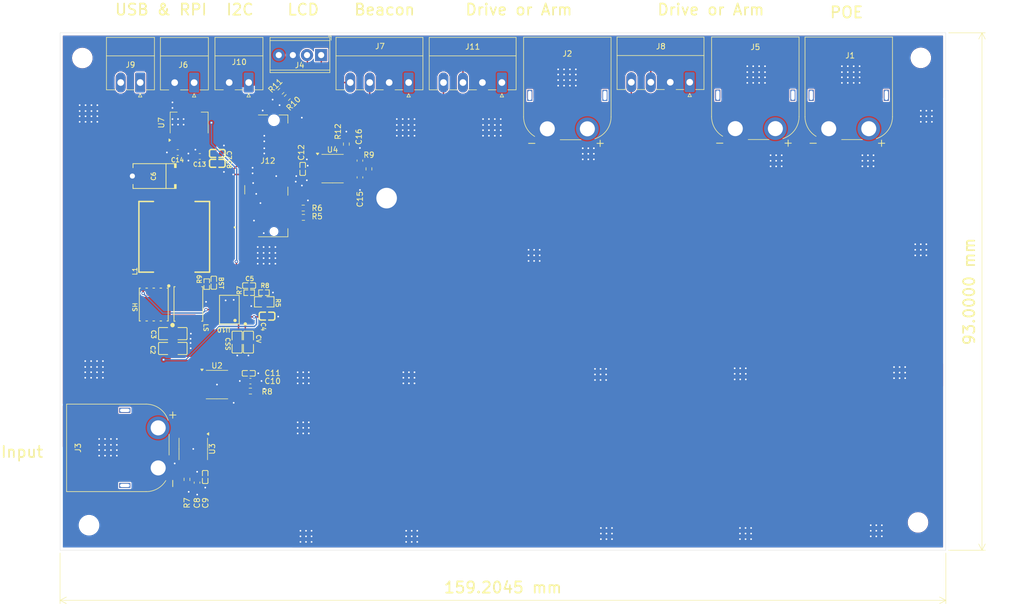
<source format=kicad_pcb>
(kicad_pcb (version 20240108) (generator "pcbnew") (generator_version "8.0")
  (layers (0 "F.Cu" signal "Top Layer") (1 "In1.Cu" signal "Inner1") (2 "In2.Cu" signal "Inner2") (31 "B.Cu" signal "Bottom Layer") (34 "B.Paste" user "Bottom Paste Mask Layer") (35 "F.Paste" user "Top Paste Mask Layer") (36 "B.SilkS" user "Bottom Silkscreen Layer") (37 "F.SilkS" user "Top Silkscreen Layer") (38 "B.Mask" user "Bottom Solder Mask Layer") (39 "F.Mask" user "Top Solder Mask Layer") (44 "Edge.Cuts" user "Multi-Layer"))
  (net 0 "")
  (net 1 "ADC1")
  (net 2 "GND")
  (net 3 "3.3V")
  (net 4 "ADC2")
  (net 5 "5V")
  (net 6 "Net-(J1-Pin_2)")
  (net 7 "Net-(J3-Pin_2)")
  (net 8 "Net-(J12-G0{slash}BUS0)")
  (net 9 "Net-(J12-G1{slash}BUS1)")
  (net 10 "Net-(J11-Pin_3)")
  (net 11 "Net-(J11-Pin_4)")
  (net 12 "SCL")
  (net 13 "SDA")
  (net 26 "TX")
  (net 48 "RX")
  (net 51 "SDA2")
  (net 52 "SCL2")
  (net 66 "40V")
  (net 67 "$2N2931")
  (net 68 "$2N2778")
  (net 69 "GATE")
  (net 70 "$2N2800")
  (net 71 "$2N671")
  (net 72 "$2N681")
  (net 73 "$2N1026")
  (net 74 "$2N1983")
  (net 75 "$2N1121")
  (net 76 "Net-(U3-~{FAULT})")
  (net 77 "Net-(U2-~{FAULT})")
  (net 78 "Net-(U4-Rs)")
  (footprint "Capacitor_SMD:C_0603_1608Metric" (layer "F.Cu") (at 293.697967 60.985884 -90)
    (property "Reference" "C15")
    (property "Value" "18pf" (hide yes))
  )
  (footprint "finalhand:C0603" (layer "F.Cu") (at 268.0655 56.6815)
    (property "Reference" "C7")
    (property "Value" "")
  )
  (footprint "Capacitor_SMD:C_0603_1608Metric" (layer "F.Cu") (at 293.688969 57.970249 -90)
    (property "Reference" "C16")
    (property "Value" "18pf" (hide yes))
  )
  (footprint "TerminalBlock_Phoenix:TerminalBlock_Phoenix_MPT-0,5-4-2.54_1x04_P2.54mm_Horizontal" (layer "F.Cu") (at 286.72121 39 180)
    (property "Reference" "J4")
    (property "Value" "Phoenix [2.54mm]" (hide yes))
  )
  (footprint "Package_SO:SOIC-8_3.9x4.9mm_P1.27mm" (layer "F.Cu") (at 268 98.2206)
    (property "Reference" "U2")
    (property "Value" "ACS711xLCTR-25AB" (hide yes))
  )
  (footprint "finalhand:C1206" (layer "F.Cu") (at 260.0645 89.0665 180)
    (property "Reference" "C3")
    (property "Value" "")
  )
  (footprint "Resistor_SMD:R_0603_1608Metric" (layer "F.Cu") (at 291.25 55 -90)
    (property "Reference" "R12")
    (property "Value" "120" (hide yes))
  )
  (footprint "Connector_AMASS:AMASS_XT60PW-M_1x02_P7.20mm_Horizontal" (layer "F.Cu") (at 257.432983 113.200801 90)
    (property "Reference" "J3")
    (property "Value" "XT60-PW-M" (hide yes))
  )
  (footprint "Capacitor_SMD:C_0603_1608Metric" (layer "F.Cu") (at 274 97.6016)
    (property "Reference" "C10")
    (property "Value" "18pF" (hide yes))
  )
  (footprint "finalhand:POWERVDFN-8_L6.0-W5.0-P1.27-BL" (layer "F.Cu") (at 262.8585 83.7325)
    (property "Reference" "LS")
    (property "Value" "")
  )
  (footprint "Resistor_SMD:R_0603_1608Metric" (layer "F.Cu") (at 262.607699 115.25909 -90)
    (property "Reference" "R7")
    (property "Value" "10K")
  )
  (footprint "Resistor_SMD:R_0603_1608Metric" (layer "F.Cu") (at 274 99.391646)
    (property "Reference" "R8")
    (property "Value" "10K")
  )
  (footprint "Connector_Phoenix_MC:PhoenixContact_MC_1,5_2-G-3.5_1x02_P3.50mm_Horizontal" (layer "F.Cu") (at 263.891469 43.949119 180)
    (property "Reference" "J6")
    (property "Value" "Phoenix (5V,GND)" (hide yes))
  )
  (footprint "finalhand:HTSSOP-14_L5.0-W4.4-P0.65-LS6.4-BL-EP" (layer "F.Cu") (at 270.2245 84.7485 90)
    (property "Reference" "U10")
    (property "Value" "")
  )
  (footprint "Package_SO:SOIC-8_3.9x4.9mm_P1.27mm" (layer "F.Cu") (at 288.775 59.405)
    (property "Reference" "U4")
    (property "Value" "SN65HVD230" (hide yes))
  )
  (footprint "finalhand:C0805" (layer "F.Cu") (at 273.6535 90.5905 90)
    (property "Reference" "CV")
    (property "Value" "")
  )
  (footprint "finalhand:C0402" (layer "F.Cu") (at 273.7805 80.4305)
    (property "Reference" "C5")
    (property "Value" "")
  )
  (footprint "Package_SO:SOIC-8_3.9x4.9mm_P1.27mm" (layer "F.Cu") (at 263.73837 109.791861 -90)
    (property "Reference" "U3")
    (property "Value" "ACS711xLCTR-25AB" (hide yes))
  )
  (footprint "finalhand-easyedapro:C0402" (layer "F.Cu") (at 283.4 59.454998 90)
    (property "Reference" "C12")
    (property "Value" "100nF" (hide yes))
  )
  (footprint "finalhand:DFN-8_L5.9-W5.2-P1.27-LS6.2-BL" (layer "F.Cu") (at 256.6355 83.8595 180)
    (property "Reference" "HS")
    (property "Value" "")
  )
  (footprint "Connector_AMASS:AMASS_XT60PW-M_1x02_P7.20mm_Horizontal" (layer "F.Cu") (at 361.159382 52.218998)
    (property "Reference" "J5")
    (property "Value" "XT60-PW-M" (hide yes))
  )
  (footprint "Package_TO_SOT_SMD:SOT-223-3_TabPin2" (layer "F.Cu") (at 263 51.1635 90)
    (property "Reference" "U7")
    (property "Value" "AMS1117-3.3" (hide yes))
  )
  (footprint "Connector_Phoenix_MC:PhoenixContact_MC_1,5_4-G-3.5_1x04_P3.50mm_Horizontal" (layer "F.Cu") (at 319.207139 43.9325 180)
    (property "Reference" "J11")
    (property "Value" "Phoenix (+,-,CANH/L)" (hide yes))
  )
  (footprint "Connector_Phoenix_MC:PhoenixContact_MC_1,5_2-G-3.5_1x02_P3.50mm_Horizontal" (layer "F.Cu") (at 273.695 43.9325 180)
    (property "Reference" "J10")
    (property "Value" "Phoenix (5V,GND)" (hide yes))
  )
  (footprint "MountingHole:MountingHole_3.2mm_M3" (layer "F.Cu") (at 245 123.5 90)
    (property "Reference" "REF**" (hide yes))
    (property "Value" "MountingHole_3.2mm_M3" (hide yes))
  )
  (footprint "finalhand:C0805" (layer "F.Cu") (at 271.6215 90.5905 90)
    (property "Reference" "CSS")
    (property "Value" "")
  )
  (footprint "Capacitor_SMD:C_0603_1608Metric" (layer "F.Cu") (at 260.95651 56.509664 180)
    (property "Reference" "C14")
    (property "Value" "10µF" (hide yes))
  )
  (footprint "Capacitor_SMD:C_0603_1608Metric" (layer "F.Cu") (at 264.416047 115.845581 -90)
    (property "Reference" "C8")
    (property "Value" "18pF" (hide yes))
  )
  (footprint "finalhand:C0603" (layer "F.Cu") (at 276.9935 85.910624 180)
    (property "Reference" "C4")
    (property "Value" "")
  )
  (footprint "MountingHole:MountingHole_3.2mm_M3" (layer "F.Cu") (at 394.5 39.5 90)
    (property "Reference" "REF**" (hide yes))
    (property "Value" "MountingHole_3.2mm_M3" (hide yes))
  )
  (footprint "finalhand:R0402" (layer "F.Cu") (at 276.4475 81.7005 180)
    (property "Reference" "R8")
    (property "Value" "")
  )
  (footprint "Resistor_SMD:R_0603_1608Metric" (layer "F.Cu") (at 283.531807 68.172328 180)
    (property "Reference" "R5")
    (property "Value" "10K" (hide yes))
  )
  (footprint "Resistor_SMD:R_0603_1608Metric" (layer "F.Cu") (at 280.635788 46.632428 45)
    (property "Reference" "R10")
    (property "Value" "10K" (hide yes))
  )
  (footprint "finalhand-easyedapro:C0402" (layer "F.Cu") (at 273.7112 96.2032)
    (property "Reference" "C11")
    (property "Value" "100nF" (hide yes))
  )
  (footprint "M2 Connect:micromod" (layer "F.Cu") (at 286.4905 60.7095 -90)
    (property "Reference" "J12")
    (property "Value" "MicroMod" (hide yes))
  )
  (footprint "Connector_AMASS:AMASS_XT60PW-M_1x02_P7.20mm_Horizontal" (layer "F.Cu") (at 327.371909 52.252793)
    (property "Reference" "J2")
    (property "Value" "XT60-PW-M" (hide yes))
  )
  (footprint "Capacitor_SMD:C_0603_1608Metric" (layer "F.Cu") (at 264.914303 57.214316 180)
    (property "Reference" "C13")
    (property "Value" "10µF" (hide yes))
  )
  (footprint "finalhand:R0402" (layer "F.Cu") (at 273.7805 81.7005 180)
    (property "Reference" "R7")
    (property "Value" "")
  )
  (footprint "MountingHole:MountingHole_3.2mm_M3" (layer "F.Cu") (at 394 123 90)
    (property "Reference" "REF**" (hide yes))
    (property "Value" "MountingHole_3.2mm_M3" (hide yes))
  )
  (footprint "finalhand:IND-SMD_L12.7-W12.7" (layer "F.Cu") (at 260.3185 71.6635 90)
    (property "Reference" "L1")
    (property "Value" "")
  )
  (footprint "finalhand:R0805" (layer "F.Cu") (at 276.4935 83.3515)
    (property "Reference" "R5")
    (property "Value" "")
  )
  (footprint "Resistor_SMD:R_0603_1608Metric" (layer "F.Cu") (at 279.5 45.5 45)
    (property "Reference" "R11")
    (property "Value" "10K" (hide yes))
  )
  (footprint "MountingHole:MountingHole_3.2mm_M3" (layer "F.Cu") (at 243.79881 39.526125 90)
    (property "Reference" "REF**" (hide yes))
    (property "Value" "MountingHole_3.2mm_M3" (hide yes))
  )
  (footprint "finalhand:Pad_e949" (layer "F.Cu") (at 252.7915 60.7455 -90)
    (property "Reference" "")
    (property "Value" "")
  )
  (footprint "finalhand:C0603" (layer "F.Cu") (at 268.0655 58.4595)
    (property "Reference" "C8")
    (property "Value" "")
  )
  (footprint "finalhand-easyedapro:C0402" (layer "F.Cu") (at 265.872327 114.835581 -90)
    (property "Reference" "C9")
    (property "Value" "100nF" (hide yes))
  )
  (footprint "Connector_Phoenix_MC:PhoenixContact_MC_1,5_2-G-3.5_1x02_P3.50mm_Horizontal" (layer "F.Cu") (at 254.195 43.9325 180)
    (property "Reference" "J9")
    (property "Value" "Phoenix (SDA/L)" (hide yes))
  )
  (footprint "Connector_Phoenix_MC:PhoenixContact_MC_1,5_4-G-3.5_1x04_P3.50mm_Horizontal" (layer "F.Cu") (at 352.966753 43.879939 180)
    (property "Reference" "J8")
    (property "Value" "Phoenix (+,-,CANH/L)" (hide yes))
  )
  (footprint "finalhand:C0402" (layer "F.Cu") (at 267.4305 79.9135 90)
    (property "Reference" "BST")
    (property "Value" "")
  )
  (footprint "finalhand:C1206" (layer "F.Cu") (at 260.0645 91.7335 180)
    (property "Reference" "C2")
    (property "Value" "")
  )
  (footprint "Resistor_SMD:R_0603_1608Metric" (layer "F.Cu") (at 283.5 66.5 180)
    (property "Reference" "R6")
    (property "Value" "10K" (hide yes))
  )
  (footprint "finalhand:R0402" (layer "F.Cu") (at 266.1605 80.1635 90)
    (property "Reference" "R9")
    (property "Value" "")
  )
  (footprint "Resistor_SMD:R_0603_1608Metric" (layer "F.Cu") (at 295.308705 59.455007 90)
    (property "Reference" "R9")
    (property "Value" "120" (hide yes))
  )
  (footprint "Connector_Phoenix_MC:PhoenixContact_MC_1,5_4-G-3.5_1x04_P3.50mm_Horizontal" (layer "F.Cu") (at 302.449371 43.9325 180)
    (property "Reference" "J7")
    (property "Value" "Phoenix (GPIO, 5V, GND)" (hide yes))
  )
  (footprint "finalhand:CAP-SMD_L7.3-W4.3-R-RD" (layer "F.Cu") (at 256.6355 60.7455)
    (property "Reference" "C6")
    (property "Value" "")
  )
  (footprint "Connector_AMASS:AMASS_XT60PW-M_1x02_P7.20mm_Horizontal" (layer "F.Cu") (at 377.949042 52.232566)
    (property "Reference" "J1")
    (property "Value" "XT60-PW-M" (hide yes))
  )
  (gr_rect (start 239.795486 35) (end 399 128) (stroke (width 0.05)) (fill none) (layer "Edge.Cuts"))
  (gr_text "I2C" (at 269.5 32 0) (layer "F.SilkS") (effects (font (size 2 2) (thickness 0.3)) (justify left bottom)))
  (gr_text "Drive or Arm" (at 347 32 0) (layer "F.SilkS") (effects (font (size 2 2) (thickness 0.3)) (justify left bottom)))
  (gr_text "USB & RPI" (at 249.5 32 0) (layer "F.SilkS") (effects (font (size 2 2) (thickness 0.3)) (justify left bottom)))
  (gr_text "POE" (at 378 32.5 0) (layer "F.SilkS") (effects (font (size 2 2) (thickness 0.3)) (justify left bottom)))
  (gr_text "Beacon" (at 292.5 32 0) (layer "F.SilkS") (effects (font (size 2 2) (thickness 0.3)) (justify left bottom)))
  (gr_text "Drive or Arm" (at 312.5 32 0) (layer "F.SilkS") (effects (font (size 2 2) (thickness 0.3)) (justify left bottom)))
  (gr_text "Input" (at 229 111.5 0) (layer "F.SilkS") (effects (font (size 2 2) (thickness 0.3)) (justify left bottom)))
  (gr_text "LCD" (at 280.5 32 0) (layer "F.SilkS") (effects (font (size 2 2) (thickness 0.3)) (justify left bottom)))
  (dimension (type aligned) (layer "F.SilkS") (pts (xy 399 128) (xy 399 35)) (height 6.5) (gr_text "93.0000 mm" (at 403.2 81.5 90) (layer "F.SilkS") (effects (font (size 2 2) (thickness 0.3)))) (format (prefix "") (suffix "") (units 3) (units_format 1) (precision 4)) (style (thickness 0.1) (arrow_length 1.27) (text_position_mode 0) (extension_height 0.58642) (extension_offset 0.5) keep_text_aligned))
  (dimension (type aligned) (layer "F.SilkS") (pts (xy 239.795486 128) (xy 399 128)) (height 8.999999) (gr_text "159.2045 mm" (at 319.397743 134.699999 0) (layer "F.SilkS") (effects (font (size 2 2) (thickness 0.3)))) (format (prefix "") (suffix "") (units 3) (units_format 1) (precision 4)) (style (thickness 0.1) (arrow_length 1.27) (text_position_mode 0) (extension_height 0.58642) (extension_offset 0.5) keep_text_aligned))
  (segment (start 280.5155 61.7095) (end 282.1095 61.7095) (width 0.254) (layer "F.Cu") (net 1))
  (segment (start 264.432144 115.054484) (end 264.416047 115.070581) (width 0.254) (layer "F.Cu") (net 1))
  (segment (start 264.432144 113.895607) (end 264.432144 115.054484) (width 0.254) (layer "F.Cu") (net 1))
  (segment (start 264.37337 113.836833) (end 264.432144 113.895607) (width 0.254) (layer "F.Cu") (net 1))
  (segment (start 282.1095 61.7095) (end 282.15 61.75) (width 0.254) (layer "F.Cu") (net 1))
  (segment (start 264.37337 112.266861) (end 264.37337 113.836833) (width 0.254) (layer "F.Cu") (net 1))
  (via blind (at 282.15 61.75) (size 0.61) (drill 0.305) (layers "F.Cu" "In2.Cu") (net 1))
  (via blind (at 264.432144 113.895607) (size 0.61) (drill 0.305) (layers "F.Cu" "In2.Cu") (net 1))
  (segment (start 274.816537 50.3595) (end 276.210648 48.965389) (width 0.762) (layer "F.Cu") (net 2))
  (segment (start 270.9135 60.4595) (end 272.9655 60.4595) (width 0.254) (layer "F.Cu") (net 2))
  (segment (start 270.9135 59.5865) (end 271.5405 58.9595) (width 0.254) (layer "F.Cu") (net 2))
  (segment (start 264.139303 57.214316) (end 264.139303 56.021103) (width 0.381) (layer "F.Cu") (net 2))
  (segment (start 271.5405 58.9595) (end 272.9655 58.9595) (width 0.254) (layer "F.Cu") (net 2))
  (segment (start 263.229612 91.7335) (end 263.26808 91.695032) (width 0.254) (layer "F.Cu") (net 2))
  (segment (start 271 83.973) (end 270.2245 84.7485) (width 0.254) (layer "F.Cu") (net 2))
  (segment (start 272.9655 68.4595) (end 274.3595 68.4595) (width 0.254) (layer "F.Cu") (net 2))
  (segment (start 284.3 58.88) (end 285.91 58.88) (width 0.254) (layer "F.Cu") (net 2))
  (segment (start 271 101.5) (end 271 100.6506) (width 0.381) (layer "F.Cu") (net 2))
  (segment (start 265.872327 115.380581) (end 265.872327 116.714882) (width 0.381) (layer "F.Cu") (net 2))
  (segment (start 268.7825 86.6985) (end 267.3585 86.6985) (width 0.254) (layer "F.Cu") (net 2))
  (segment (start 261.657 89.0665) (end 263.305968 89.0665) (width 0.254) (layer "F.Cu") (net 2))
  (segment (start 284.3 58.88) (end 283.429998 58.88) (width 0.254) (layer "F.Cu") (net 2))
  (segment (start 261.700285 112.399946) (end 261.83337 112.266861) (width 0.381) (layer "F.Cu") (net 2))
  (segment (start 267.3585 83.4485) (end 266.1305 83.4485) (width 0.254) (layer "F.Cu") (net 2))
  (segment (start 268.7655 59.5155) (end 269.25 60) (width 0.254) (layer "F.Cu") (net 2))
  (segment (start 268.7655 58.4595) (end 268.7655 59.5155) (width 0.254) (layer "F.Cu") (net 2))
  (segment (start 266.1305 83.4485) (end 266.0335 83.3515) (width 0.254) (layer "F.Cu") (net 2))
  (segment (start 272.9655 51.1345) (end 272.9655 51.2285) (width 0.762) (layer "F.Cu") (net 2))
  (segment (start 274.775 97.6016) (end 275.9746 97.6016) (width 0.254) (layer "F.Cu") (net 2))
  (segment (start 274.65 69.149892) (end 274.65 68.75) (width 0.254) (layer "F.Cu") (net 2))
  (segment (start 260.18151 56.509664) (end 259.009664 56.509664) (width 0.381) (layer "F.Cu") (net 2))
  (segment (start 264.139303 56.021103) (end 264.1182 56) (width 0.381) (layer "F.Cu") (net 2))
  (segment (start 260.7 54.3135) (end 260.7 55.991174) (width 0.381) (layer "F.Cu") (net 2))
  (segment (start 275.9746 97.6016) (end 276 97.5762) (width 0.254) (layer "F.Cu") (net 2))
  (segment (start 260.39614 112.399946) (end 261.700285 112.399946) (width 0.381) (layer "F.Cu") (net 2))
  (segment (start 274.2562 96.2032) (end 275.4158 96.2032) (width 0.254) (layer "F.Cu") (net 2))
  (segment (start 273.7405 50.3595) (end 272.9655 51.1345) (width 0.762) (layer "F.Cu") (net 2))
  (segment (start 271.6215 92.9715) (end 271.65 93) (width 0.254) (layer "F.Cu") (net 2))
  (segment (start 293.688969 55.69683) (end 293.689312 55.696487) (width 0.254) (layer "F.Cu") (net 2))
  (segment (start 272.9655 69.9595) (end 273.840392 69.9595) (width 0.254) (layer "F.Cu") (net 2))
  (segment (start 285.91 58.88) (end 285.925 58.865) (width 0.254) (layer "F.Cu") (net 2))
  (segment (start 273.840392 69.9595) (end 274.65 69.149892) (width 0.254) (layer "F.Cu") (net 2))
  (segment (start 259.009664 56.509664) (end 259 56.5) (width 0.381) (layer "F.Cu") (net 2))
  (segment (start 273.6535 92.9965) (end 273.65 93) (width 0.254) (layer "F.Cu") (net 2))
  (segment (start 264.416047 117.971511) (end 264.439535 117.994999) (width 0.254) (layer "F.Cu") (net 2))
  (segment (start 272.9655 61.9595) (end 274.4595 61.9595) (width 0.254) (layer "F.Cu") (net 2))
  (segment (start 280.5155 61.2095) (end 281.7905 61.2095) (width 0.254) (layer "F.Cu") (net 2))
  (segment (start 271.6215 91.6205) (end 271.6215 92.9715) (width 0.254) (layer "F.Cu") (net 2))
  (segment (start 264.416047 116.620581) (end 264.416047 117.971511) (width 0.254) (layer "F.Cu") (net 2))
  (segment (start 293.697967 61.760884) (end 293.697967 63.24339) (width 0.254) (layer "F.Cu") (net 2))
  (segment (start 269.7245 85.7565) (end 268.7825 86.6985) (width 0.254) (layer "F.Cu") (net 2))
  (segment (start 274.3595 68.4595) (end 274.65 68.75) (width 0.254) (layer "F.Cu") (net 2))
  (segment (start 283.429998 58.88) (end 283.4 58.909998) (width 0.254) (layer "F.Cu") (net 2))
  (segment (start 260.7 55.991174) (end 260.18151 56.509664) (width 0.381) (layer "F.Cu") (net 2))
  (segment (start 261.657 91.7335) (end 263.229612 91.7335) (width 0.254) (layer "F.Cu") (net 2))
  (segment (start 268.7655 55.7345) (end 269.25 55.25) (width 0.254) (layer "F.Cu") (net 2))
  (segment (start 291.25 54.175) (end 291.25 52.75) (width 0.381) (layer "F.Cu") (net 2))
  (segment (start 276.4 71) (end 276.3405 71.0595) (width 0.254) (layer "F.Cu") (net 2))
  (segment (start 276.3405 71.0595) (end 273.7405 71.0595) (width 0.254) (layer "F.Cu") (net 2))
  (segment (start 268.7655 56.6815) (end 268.7655 55.7345) (width 0.254) (layer "F.Cu") (net 2))
  (segment (start 275.4158 96.2032) (end 275.4238 96.1952) (width 0.254) (layer "F.Cu") (net 2))
  (segment (start 274.4595 61.9595) (end 274.5 62) (width 0.254) (layer "F.Cu") (net 2))
  (segment (start 270.9135 60.4595) (end 270.9135 59.5865) (width 0.254) (layer "F.Cu") (net 2))
  (segment (start 273.6535 91.6205) (end 273.6535 92.9965) (width 0.254) (layer "F.Cu") (net 2))
  (segment (start 269.553338 83.093613) (end 269.553338 84.077338) (width 0.254) (layer "F.Cu") (net 2))
  (segment (start 273.7405 50.3595) (end 274.816537 50.3595) (width 0.762) (layer "F.Cu") (net 2))
  (segment (start 265.872327 116.714882) (end 265.895815 116.73837) (width 0.381) (layer "F.Cu") (net 2))
  (segment (start 278.037028 81.7005) (end 278.058567 81.678961) (width 0.254) (layer "F.Cu") (net 2))
  (segment (start 281.7905 61.2095) (end 282.25 60.75) (width 0.254) (layer "F.Cu") (net 2))
  (segment (start 271 100.6506) (end 270.475 100.1256) (width 0.381) (layer "F.Cu") (net 2))
  (segment (start 271 83) (end 271 83.973) (width 0.254) (layer "F.Cu") (net 2))
  (segment (start 276.8805 81.7005) (end 278.037028 81.7005) (width 0.254) (layer "F.Cu") (net 2))
  (segment (start 269.553338 84.077338) (end 270.2245 84.7485) (width 0.254) (layer "F.Cu") (net 2))
  (segment (start 293.688969 57.195249) (end 293.688969 55.69683) (width 0.254) (layer "F.Cu") (net 2))
  (segment (start 269.7245 85.2485) (end 269.7245 85.7565) (width 0.254) (layer "F.Cu") (net 2))
  (segment (start 263.305968 89.0665) (end 263.307135 89.065333) (width 0.254) (layer "F.Cu") (net 2))
  (via (at 269.25 55.25) (size 0.61) (drill 0.305) (layers "F.Cu" "B.Cu") (net 2))
  (via blind (at 275.31802 76.5) (size 0.61) (drill 0.305) (layers "F.Cu" "In1.Cu") (net 2))
  (via blind (at 276.5 55.75) (size 0.61) (drill 0.305) (layers "F.Cu" "B.Cu") (net 2))
  (via (at 293.697967 63.24339) (size 0.61) (drill 0.305) (layers "F.Cu" "B.Cu") (net 2))
  (via blind (at 277.43934 76.5) (size 0.61) (drill 0.305) (layers "F.Cu" "In1.Cu") (net 2))
  (via (at 282.25 60.75) (size 0.61) (drill 0.305) (layers "F.Cu" "B.Cu") (net 2))
  (via (at 271 83) (size 0.61) (drill 0.305) (layers "F.Cu" "B.Cu") (net 2))
  (via (at 274.65 68.75) (size 0.61) (drill 0.305) (layers "F.Cu" "B.Cu") (net 2))
  (via (at 263.26808 91.695032) (size 0.61) (drill 0.305) (layers "F.Cu" "B.Cu") (net 2))
  (via blind (at 276.37868 76.5) (size 0.61) (drill 0.305) (layers "F.Cu" "In1.Cu") (net 2))
  (via (at 266.0335 83.3515) (size 0.61) (drill 0.305) (layers "F.Cu" "B.Cu") (net 2))
  (via blind (at 278.5 73.5) (size 0.61) (drill 0.305) (layers "F.Cu" "In1.Cu") (net 2))
  (via blind (at 277.43934 73.5) (size 0.61) (drill 0.305) (layers "F.Cu" "In1.Cu") (net 2))
  (via (at 276.4 71) (size 0.61) (drill 0.305) (layers "F.Cu" "B.Cu") (net 2))
  (via blind (at 276.5 54.5) (size 0.61) (drill 0.305) (layers "F.Cu" "B.Cu") (net 2))
  (via blind (at 275.31802 73.5) (size 0.61) (drill 0.305) (layers "F.Cu" "In1.Cu") (net 2))
  (via (at 274.5 62) (size 0.61) (drill 0.305) (layers "F.Cu" "B.Cu") (net 2))
  (via (at 263.25 90.75) (size 0.61) (drill 0.305) (layers "F.Cu" "B.Cu") (net 2))
  (via (at 273.65 93) (size 0.61) (drill 0.305) (layers "F.Cu" "B.Cu") (net 2))
  (via blind (at 276.37868 73.5) (size 0.61) (drill 0.305) (layers "F.Cu" "In1.Cu") (net 2))
  (via (at 274.1615 84.1135) (size 0.61) (drill 0.305) (layers "F.Cu" "B.Cu") (net 2))
  (via (at 263.25 90) (size 0.61) (drill 0.305) (layers "F.Cu" "B.Cu") (net 2))
  (via (at 271 101.5) (size 0.61) (drill 0.305) (layers "F.Cu" "B.Cu") (net 2))
  (via (at 278.058567 81.678961) (size 0.61) (drill 0.305) (layers "F.Cu" "B.Cu") (net 2))
  (via (at 263.307135 89.065333) (size 0.61) (drill 0.305) (layers "F.Cu" "B.Cu") (net 2))
  (via blind (at 276.210648 48.965389) (size 0.61) (drill 0.305) (layers "F.Cu" "B.Cu") (net 2))
  (via (at 264.1182 56) (size 0.61) (drill 0.305) (layers "F.Cu" "B.Cu") (net 2))
  (via (at 275.4238 96.1952) (size 0.61) (drill 0.305) (layers "F.Cu" "B.Cu") (net 2))
  (via (at 269.25 60) (size 0.61) (drill 0.305) (layers "F.Cu" "B.Cu") (net 2))
  (via (at 279 86) (size 0.61) (drill 0.305) (layers "F.Cu" "B.Cu") (net 2))
  (via blind (at 276.5 56.68198) (size 0.61) (drill 0.305) (layers "F.Cu" "B.Cu") (net 2))
  (via (at 260.39614 112.399946) (size 0.61) (drill 0.305) (layers "F.Cu" "B.Cu") (net 2))
  (via (at 265.895815 116.73837) (size 0.61) (drill 0.305) (layers "F.Cu" "B.Cu") (net 2))
  (via (at 259 56.5) (size 0.61) (drill 0.305) (layers "F.Cu" "B.Cu") (net 2))
  (via (at 264.439535 117.994999) (size 0.61) (drill 0.305) (layers "F.Cu" "B.Cu") (net 2))
  (via (at 269.553338 83.093613) (size 0.61) (drill 0.305) (layers "F.Cu" "B.Cu") (net 2))
  (via (at 284.3 58.88) (size 0.61) (drill 0.305) (layers "F.Cu" "B.Cu") (net 2))
  (via blind (at 278.5 76.5) (size 0.61) (drill 0.305) (layers "F.Cu" "In1.Cu") (net 2))
  (via (at 270.9135 60.4595) (size 0.61) (drill 0.305) (layers "F.Cu" "B.Cu") (net 2))
  (via (at 276 97.5762) (size 0.61) (drill 0.305) (layers "F.Cu" "B.Cu") (net 2))
  (via (at 293.689312 55.696487) (size 0.61) (drill 0.305) (layers "F.Cu" "B.Cu") (net 2))
  (via (at 291.25 52.75) (size 0.61) (drill 0.305) (layers "F.Cu" "B.Cu") (net 2))
  (via (at 271.65 93) (size 0.61) (drill 0.305) (layers "F.Cu" "B.Cu") (net 2))
  (via blind (at 276.5 53.5) (size 0.61) (drill 0.305) (layers "F.Cu" "B.Cu") (net 2))
  (via blind (at 278.5 75.5) (size 0.61) (drill 0.305) (layers "In1.Cu" "B.Cu") (net 2))
  (via blind (at 317.93934 50.5) (size 0.61) (drill 0.305) (layers "In1.Cu" "B.Cu") (net 2))
  (via blind (at 301.37868 53.5) (size 0.61) (drill 0.305) (layers "In1.Cu" "B.Cu") (net 2))
  (via blind (at 383.5 44) (size 0.61) (drill 0.305) (layers "In1.Cu" "B.Cu") (net 2))
  (via blind (at 363.31802 41) (size 0.61) (drill 0.305) (layers "In1.Cu" "B.Cu") (net 2))
  (via blind (at 365.43934 41) (size 0.61) (drill 0.305) (layers "In1.Cu" "B.Cu") (net 2))
  (via blind (at 302.43934 51.56066) (size 0.61) (drill 0.305) (layers "In1.Cu" "B.Cu") (net 2))
  (via blind (at 245.37868 96) (size 0.61) (drill 0.305) (layers "In1.Cu" "B.Cu") (net 2))
  (via blind (at 331.43934 43.5) (size 0.61) (drill 0.305) (layers "In1.Cu" "B.Cu") (net 2))
  (via blind (at 246.81802 109.06066) (size 0.61) (drill 0.305) (layers "In1.Cu" "B.Cu") (net 2))
  (via blind (at 380.31802 42.06066) (size 0.61) (drill 0.305) (layers "In1.Cu" "B.Cu") (net 2))
  (via blind (at 246.81802 111) (size 0.61) (drill 0.305) (layers "In1.Cu" "B.Cu") (net 2))
  (via blind (at 246.5 48) (size 0.61) (drill 0.305) (layers "In1.Cu" "B.Cu") (net 2))
  (via blind (at 247.5 95.06066) (size 0.61) (drill 0.305) (layers "In1.Cu" "B.Cu") (net 2))
  (via blind (at 383.5 43) (size 0.61) (drill 0.305) (layers "In1.Cu" "B.Cu") (net 2))
  (via blind (at 246.43934 95.06066) (size 0.61) (drill 0.305) (layers "In1.Cu" "B.Cu") (net 2))
  (via blind (at 248.93934 108) (size 0.61) (drill 0.305) (layers "In1.Cu" "B.Cu") (net 2))
  (via blind (at 300.31802 53.5) (size 0.61) (drill 0.305) (layers "In1.Cu" "B.Cu") (net 2))
  (via blind (at 244.31802 96) (size 0.61) (drill 0.305) (layers "In1.Cu" "B.Cu") (net 2))
  (via blind (at 319 50.5) (size 0.61) (drill 0.305) (layers "In1.Cu" "B.Cu") (net 2))
  (via blind (at 302.43934 53.5) (size 0.61) (drill 0.305) (layers "In1.Cu" "B.Cu") (net 2))
  (via blind (at 365.43934 42.06066) (size 0.61) (drill 0.305) (layers "In1.Cu" "B.Cu") (net 2))
  (via blind (at 246.43934 97) (size 0.61) (drill 0.305) (layers "In1.Cu" "B.Cu") (net 2))
  (via blind (at 382.43934 42.06066) (size 0.61) (drill 0.305) (layers "In1.Cu" "B.Cu") (net 2))
  (via blind (at 245.43934 51) (size 0.61) (drill 0.305) (layers "In1.Cu" "B.Cu") (net 2))
  (via blind (at 330.37868 44.5) (size 0.61) (drill 0.305) (layers "In1.Cu" "B.Cu") (net 2))
  (via blind (at 316.87868 52.5) (size 0.61) (drill 0.305) (layers "In1.Cu" "B.Cu") (net 2))
  (via blind (at 303.5 53.5) (size 0.61) (drill 0.305) (layers "In1.Cu" "B.Cu") (net 2))
  (via blind (at 247.5 97) (size 0.61) (drill 0.305) (layers "In1.Cu" "B.Cu") (net 2))
  (via blind (at 366.5 41) (size 0.61) (drill 0.305) (layers "In1.Cu" "B.Cu") (net 2))
  (via blind (at 244.31802 97) (size 0.61) (drill 0.305) (layers "In1.Cu" "B.Cu") (net 2))
  (via blind (at 364.37868 42.06066) (size 0.61) (drill 0.305) (layers "In1.Cu" "B.Cu") (net 2))
  (via blind (at 332.5 41.56066) (size 0.61) (drill 0.305) (layers "In1.Cu" "B.Cu") (net 2))
  (via blind (at 366.5 43) (size 0.61) (drill 0.305) (layers "In1.Cu" "B.Cu") (net 2))
  (via blind (at 331.43934 41.56066) (size 0.61) (drill 0.305) (layers "In1.Cu" "B.Cu") (net 2))
  (via blind (at 303.5 51.56066) (size 0.61) (drill 0.305) (layers "In1.Cu" "B.Cu") (net 2))
  (via blind (at 301.37868 51.56066) (size 0.61) (drill 0.305) (layers "In1.Cu" "B.Cu") (net 2))
  (via blind (at 363.31802 44) (size 0.61) (drill 0.305) (layers "In1.Cu" "B.Cu") (net 2))
  (via blind (at 331.43934 44.5) (size 0.61) (drill 0.305) (layers "In1.Cu" "B.Cu") (net 2))
  (via blind (at 315.81802 52.5) (size 0.61) (drill 0.305) (layers "In1.Cu" "B.Cu") (net 2))
  (via blind (at 250 110) (size 0.61) (drill 0.305) (layers "In1.Cu" "B.Cu") (net 2))
  (via blind (at 243.31802 50) (size 0.61) (drill 0.305) (layers "In1.Cu" "B.Cu") (net 2))
  (via blind (at 381.37868 43) (size 0.61) (drill 0.305) (layers "In1.Cu" "B.Cu") (net 2))
  (via blind (at 277.43934 74.56066) (size 0.61) (drill 0.305) (layers "In1.Cu" "B.Cu") (net 2))
  (via blind (at 276.37868 74.56066) (size 0.61) (drill 0.305) (layers "In1.Cu" "B.Cu") (net 2))
  (via blind (at 315.81802 53.5) (size 0.61) (drill 0.305) (layers "In1.Cu" "B.Cu") (net 2))
  (via blind (at 247.5 94) (size 0.61) (drill 0.305) (layers "In1.Cu" "B.Cu") (net 2))
  (via blind (at 246.43934 96) (size 0.61) (drill 0.305) (layers "In1.Cu" "B.Cu") (net 2))
  (via blind (at 247.87868 109.06066) (size 0.61) (drill 0.305) (layers "In1.Cu" "B.Cu") (net 2))
  (via blind (at 276.37868 75.5) (size 0.61) (drill 0.305) (layers "In1.Cu" "B.Cu") (net 2))
  (via blind (at 275.31802 74.56066) (size 0.61) (drill 0.305) (layers "In1.Cu" "B.Cu") (net 2))
  (via blind (at 330.37868 41.56066) (size 0.61) (drill 0.305) (layers "In1.Cu" "B.Cu") (net 2))
  (via blind (at 332.5 43.5) (size 0.61) (drill 0.305) (layers "In1.Cu" "B.Cu") (net 2))
  (via blind (at 316.87868 51.56066) (size 0.61) (drill 0.305) (layers "In1.Cu" "B.Cu") (net 2))
  (via blind (at 246.81802 108) (size 0.61) (drill 0.305) (layers "In1.Cu" "B.Cu") (net 2))
  (via blind (at 315.81802 51.56066) (size 0.61) (drill 0.305) (layers "In1.Cu" "B.Cu") (net 2))
  (via blind (at 248.93934 109.06066) (size 0.61) (drill 0.305) (layers "In1.Cu" "B.Cu") (net 2))
  (via blind (at 246.5 49.06066) (size 0.61) (drill 0.305) (layers "In1.Cu" "B.Cu") (net 2))
  (via blind (at 329.31802 44.5) (size 0.61) (drill 0.305) (layers "In1.Cu" "B.Cu") (net 2))
  (via blind (at 317.93934 52.5) (size 0.61) (drill 0.305) (layers "In1.Cu" "B.Cu") (net 2))
  (via blind (at 244.37868 50) (size 0.61) (drill 0.305) (layers "In1.Cu" "B.Cu") (net 2))
  (via blind (at 245.37868 97) (size 0.61) (drill 0.305) (layers "In1.Cu" "B.Cu") (net 2))
  (via blind (at 243.31802 48) (size 0.61) (drill 0.305) (layers "In1.Cu" "B.Cu") (net 2))
  (via blind (at 246.5 50) (size 0.61) (drill 0.305) (layers "In1.Cu" "B.Cu") (net 2))
  (via blind (at 275.31802 75.5) (size 0.61) (drill 0.305) (layers "In1.Cu" "B.Cu") (net 2))
  (via blind (at 383.5 42.06066) (size 0.61) (drill 0.305) (layers "In1.Cu" "B.Cu") (net 2))
  (via blind (at 247.87868 110) (size 0.61) (drill 0.305) (layers "In1.Cu" "B.Cu") (net 2))
  (via blind (at 247.87868 108) (size 0.61) (drill 0.305) (layers "In1.Cu" "B.Cu") (net 2))
  (via blind (at 381.37868 44) (size 0.61) (drill 0.305) (layers "In1.Cu" "B.Cu") (net 2))
  (via blind (at 247.87868 111) (size 0.61) (drill 0.305) (layers "In1.Cu" "B.Cu") (net 2))
  (via blind (at 302.43934 52.5) (size 0.61) (drill 0.305) (layers "In1.Cu" "B.Cu") (net 2))
  (via blind (at 300.31802 50.5) (size 0.61) (drill 0.305) (layers "In1.Cu" "B.Cu") (net 2))
  (via blind (at 301.37868 50.5) (size 0.61) (drill 0.305) (layers "In1.Cu" "B.Cu") (net 2))
  (via blind (at 382.43934 43) (size 0.61) (drill 0.305) (layers "In1.Cu" "B.Cu") (net 2))
  (via blind (at 381.37868 42.06066) (size 0.61) (drill 0.305) (layers "In1.Cu" "B.Cu") (net 2))
  (via blind (at 243.31802 51) (size 0.61) (drill 0.305) (layers "In1.Cu" "B.Cu") (net 2))
  (via blind (at 303.5 52.5) (size 0.61) (drill 0.305) (layers "In1.Cu" "B.Cu") (net 2))
  (via blind (at 382.43934 41) (size 0.61) (drill 0.305) (layers "In1.Cu" "B.Cu") (net 2))
  (via blind (at 365.43934 44) (size 0.61) (drill 0.305) (layers "In1.Cu" "B.Cu") (net 2))
  (via blind (at 317.93934 53.5) (size 0.61) (drill 0.305) (layers "In1.Cu" "B.Cu") (net 2))
  (via blind (at 245.43934 50) (size 0.61) (drill 0.305) (layers "In1.Cu" "B.Cu") (net 2))
  (via blind (at 248.93934 110) (size 0.61) (drill 0.305) (layers "In1.Cu" "B.Cu") (net 2))
  (via blind (at 245.37868 94) (size 0.61) (drill 0.305) (layers "In1.Cu" "B.Cu") (net 2))
  (via blind (at 315.81802 50.5) (size 0.61) (drill 0.305) (layers "In1.Cu" "B.Cu") (net 2))
  (via blind (at 245.43934 48) (size 0.61) (drill 0.305) (layers "In1.Cu" "B.Cu") (net 2))
  (via blind (at 278.5 74.56066) (size 0.61) (drill 0.305) (layers "In1.Cu" "B.Cu") (net 2))
  (via blind (at 316.87868 50.5) (size 0.61) (drill 0.305) (layers "In1.Cu" "B.Cu") (net 2))
  (via blind (at 331.43934 42.5) (size 0.61) (drill 0.305) (layers "In1.Cu" "B.Cu") (net 2))
  (via blind (at 301.37868 52.5) (size 0.61) (drill 0.305) (layers "In1.Cu" "B.Cu") (net 2))
  (via blind (at 329.31802 42.5) (size 0.61) (drill 0.305) (layers "In1.Cu" "B.Cu") (net 2))
  (via blind (at 250 108) (size 0.61) (drill 0.305) (layers "In1.Cu" "B.Cu") (net 2))
  (via blind (at 383.5 41) (size 0.61) (drill 0.305) (layers "In1.Cu" "B.Cu") (net 2))
  (via blind (at 363.31802 43) (size 0.61) (drill 0.305) (layers "In1.Cu" "B.Cu") (net 2))
  (via blind (at 330.37868 42.5) (size 0.61) (drill 0.305) (layers "In1.Cu" "B.Cu") (net 2))
  (via blind (at 243.31802 49.06066) (size 0.61) (drill 0.305) (layers "In1.Cu" "B.Cu") (net 2))
  (via blind (at 302.43934 50.5) (size 0.61) (drill 0.305) (layers "In1.Cu" "B.Cu") (net 2))
  (via blind (at 317.93934 51.56066) (size 0.61) (drill 0.305) (layers "In1.Cu" "B.Cu") (net 2))
  (via blind (at 316.87868 53.5) (size 0.61) (drill 0.305) (layers "In1.Cu" "B.Cu") (net 2))
  (via blind (at 245.37868 95.06066) (size 0.61) (drill 0.305) (layers "In1.Cu" "B.Cu") (net 2))
  (via blind (at 381.37868 41) (size 0.61) (drill 0.305) (layers "In1.Cu" "B.Cu") (net 2))
  (via blind (at 300.31802 52.5) (size 0.61) (drill 0.305) (layers "In1.Cu" "B.Cu") (net 2))
  (via blind (at 365.43934 43) (size 0.61) (drill 0.305) (layers "In1.Cu" "B.Cu") (net 2))
  (via blind (at 364.37868 43) (size 0.61) (drill 0.305) (layers "In1.Cu" "B.Cu") (net 2))
  (via blind (at 364.37868 44) (size 0.61) (drill 0.305) (layers "In1.Cu" "B.Cu") (net 2))
  (via blind (at 329.31802 43.5) (size 0.61) (drill 0.305) (layers "In1.Cu" "B.Cu") (net 2))
  (via blind (at 246.5 51) (size 0.61) (drill 0.305) (layers "In1.Cu" "B.Cu") (net 2))
  (via blind (at 250 111) (size 0.61) (drill 0.305) (layers "In1.Cu" "B.Cu") (net 2))
  (via blind (at 329.31802 41.56066) (size 0.61) (drill 0.305) (layers "In1.Cu" "B.Cu") (net 2))
  (via blind (at 366.5 42.06066) (size 0.61) (drill 0.305) (layers "In1.Cu" "B.Cu") (net 2))
  (via blind (at 364.37868 41) (size 0.61) (drill 0.305) (layers "In1.Cu" "B.Cu") (net 2))
  (via blind (at 246.43934 94) (size 0.61) (drill 0.305) (layers "In1.Cu" "B.Cu") (net 2))
  (via blind (at 247.5 96) (size 0.61) (drill 0.305) (layers "In1.Cu" "B.Cu") (net 2))
  (via blind (at 277.43934 75.5) (size 0.61) (drill 0.305) (layers "In1.Cu" "B.Cu") (net 2))
  (via blind (at 303.5 50.5) (size 0.61) (drill 0.305) (layers "In1.Cu" "B.Cu") (net 2))
  (via blind (at 244.31802 95.06066) (size 0.61) (drill 0.305) (layers "In1.Cu" "B.Cu") (net 2))
  (via blind (at 332.5 42.5) (size 0.61) (drill 0.305) (layers "In1.Cu" "B.Cu") (net 2))
  (via blind (at 300.31802 51.56066) (size 0.61) (drill 0.305) (layers "In1.Cu" "B.Cu") (net 2))
  (via blind (at 380.31802 43) (size 0.61) (drill 0.305) (layers "In1.Cu" "B.Cu") (net 2))
  (via blind (at 366.5 44) (size 0.61) (drill 0.305) (layers "In1.Cu" "B.Cu") (net 2))
  (via blind (at 319 53.5) (size 0.61) (drill 0.305) (layers "In1.Cu" "B.Cu") (net 2))
  (via blind (at 319 51.56066) (size 0.61) (drill 0.305) (layers "In1.Cu" "B.Cu") (net 2))
  (via blind (at 244.31802 94) (size 0.61) (drill 0.305) (layers "In1.Cu" "B.Cu") (net 2))
  (via blind (at 248.93934 111) (size 0.61) (drill 0.305) (layers "In1.Cu" "B.Cu") (net 2))
  (via blind (at 244.37868 49.06066) (size 0.61) (drill 0.305) (layers "In1.Cu" "B.Cu") (net 2))
  (via blind (at 380.31802 41) (size 0.61) (drill 0.305) (layers "In1.Cu" "B.Cu") (net 2))
  (via blind (at 319 52.5) (size 0.61) (drill 0.305) (layers "In1.Cu" "B.Cu") (net 2))
  (via blind (at 363.31802 42.06066) (size 0.61) (drill 0.305) (layers "In1.Cu" "B.Cu") (net 2))
  (via blind (at 245.43934 49.06066) (size 0.61) (drill 0.305) (layers "In1.Cu" "B.Cu") (net 2))
  (via blind (at 244.37868 48) (size 0.61) (drill 0.305) (layers "In1.Cu" "B.Cu") (net 2))
  (via blind (at 332.5 44.5) (size 0.61) (drill 0.305) (layers "In1.Cu" "B.Cu") (net 2))
  (via blind (at 330.37868 43.5) (size 0.61) (drill 0.305) (layers "In1.Cu" "B.Cu") (net 2))
  (via blind (at 382.43934 44) (size 0.61) (drill 0.305) (layers "In1.Cu" "B.Cu") (net 2))
  (via blind (at 380.31802 44) (size 0.61) (drill 0.305) (layers "In1.Cu" "B.Cu") (net 2))
  (via blind (at 250 109.06066) (size 0.61) (drill 0.305) (layers "In1.Cu" "B.Cu") (net 2))
  (via blind (at 244.37868 51) (size 0.61) (drill 0.305) (layers "In1.Cu" "B.Cu") (net 2))
  (via blind (at 246.81802 110) (size 0.61) (drill 0.305) (layers "In1.Cu" "B.Cu") (net 2))
  (segment (start 284.356807 68.172328) (end 282.819635 69.7095) (width 0.381) (layer "F.Cu") (net 3))
  (segment (start 262.91279 117.5) (end 262.967596 117.445194) (width 0.381) (layer "F.Cu") (net 3))
  (segment (start 283 50.25) (end 281.581 51.669) (width 0.381) (layer "F.Cu") (net 3))
  (segment (start 260 48.5) (end 262.5135 48.5) (width 0.381) (layer "F.Cu") (net 3))
  (segment (start 282.819635 69.7095) (end 280.5155 69.7095) (width 0.381) (layer "F.Cu") (net 3))
  (segment (start 265.64337 111.696861) (end 263.73837 109.791861) (width 0.381) (layer "F.Cu") (net 3))
  (segment (start 262.607699 117.194909) (end 262.91279 117.5) (width 0.381) (layer "F.Cu") (net 3))
  (segment (start 260 47.5) (end 262.4865 47.5) (width 0.381) (layer "F.Cu") (net 3))
  (segment (start 262.859069 57.954594) (end 262.866265 57.96179) (width 0.381) (layer "F.Cu") (net 3))
  (segment (start 261.73151 56.509664) (end 261.73151 55.58199) (width 0.381) (layer "F.Cu") (net 3))
  (segment (start 262.859069 56.697571) (end 262.859069 54.454431) (width 0.381) (layer "F.Cu") (net 3))
  (segment (start 278 47) (end 278.916637 46.083363) (width 0.254) (layer "F.Cu") (net 3))
  (segment (start 262.859069 54.454431) (end 263 54.3135) (width 0.381) (layer "F.Cu") (net 3))
  (segment (start 283.262692 62.448964) (end 283.262692 60.137306) (width 0.381) (layer "F.Cu") (net 3))
  (segment (start 263 51) (end 263 52) (width 0.762) (layer "F.Cu") (net 3))
  (segment (start 279.268216 48) (end 280.052425 47.215791) (width 0.254) (layer "F.Cu") (net 3))
  (segment (start 268 98.2206) (end 268 97) (width 0.381) (layer "F.Cu") (net 3))
  (segment (start 265.64337 114.061624) (end 265.872327 114.290581) (width 0.381) (layer "F.Cu") (net 3))
  (segment (start 284.356807 68.172328) (end 284.356807 66.531807) (width 0.381) (layer "F.Cu") (net 3))
  (segment (start 265.64337 112.266861) (end 265.64337 111.696861) (width 0.381) (layer "F.Cu") (net 3))
  (segment (start 262.5135 48.5) (end 263 48.0135) (width 0.381) (layer "F.Cu") (net 3))
  (segment (start 270.475 96.3156) (end 273.0538 96.3156) (width 0.254) (layer "F.Cu") (net 3))
  (segment (start 283.4 59.999998) (end 285.789998 59.999998) (width 0.254) (layer "F.Cu") (net 3))
  (segment (start 285.789998 59.999998) (end 285.925 60.135) (width 0.254) (layer "F.Cu") (net 3))
  (segment (start 284.325 66.5) (end 284.325 65.141705) (width 0.381) (layer "F.Cu") (net 3))
  (segment (start 261.73151 55.58199) (end 263 54.3135) (width 0.381) (layer "F.Cu") (net 3))
  (segment (start 273.0538 96.3156) (end 273.1662 96.2032) (width 0.254) (layer "F.Cu") (net 3))
  (segment (start 281.581 51.669) (end 280.5155 51.669) (width 0.381) (layer "F.Cu") (net 3))
  (segment (start 268 97) (end 268.6844 96.3156) (width 0.381) (layer "F.Cu") (net 3))
  (segment (start 268.6844 96.3156) (end 270.475 96.3156) (width 0.381) (layer "F.Cu") (net 3))
  (segment (start 262.5 51.5) (end 263 52) (width 0.381) (layer "F.Cu") (net 3))
  (segment (start 262.859069 56.697571) (end 262.859069 57.954594) (width 0.381) (layer "F.Cu") (net 3))
  (segment (start 276.099438 99.391646) (end 276.5 98.991084) (width 0.381) (layer "F.Cu") (net 3))
  (segment (start 262.607699 116.08409) (end 262.607699 117.194909) (width 0.381) (layer "F.Cu") (net 3))
  (segment (start 263 52) (end 263 54.3135) (width 0.762) (layer "F.Cu") (net 3))
  (segment (start 284.356807 66.531807) (end 284.325 66.5) (width 0.381) (layer "F.Cu") (net 3))
  (segment (start 262.4865 47.5) (end 263 48.0135) (width 0.381) (layer "F.Cu") (net 3))
  (segment (start 263 48.0135) (end 263 50) (width 0.762) (layer "F.Cu") (net 3))
  (segment (start 284.325 65.141705) (end 284.345361 65.121344) (width 0.381) (layer "F.Cu") (net 3))
  (segment (start 263 50) (end 263 51) (width 0.762) (layer "F.Cu") (net 3))
  (segment (start 283.25 50.25) (end 283 50.25) (width 0.381) (layer "F.Cu") (net 3))
  (segment (start 262.5 50.5) (end 263 51) (width 0.381) (layer "F.Cu") (net 3))
  (segment (start 283.262692 60.137306) (end 283.4 59.999998) (width 0.381) (layer "F.Cu") (net 3))
  (segment (start 262 51.5) (end 262.5 51.5) (width 0.381) (layer "F.Cu") (net 3))
  (segment (start 279.25 48) (end 279.268216 48) (width 0.254) (layer "F.Cu") (net 3))
  (segment (start 262 50.5) (end 262.5 50.5) (width 0.381) (layer "F.Cu") (net 3))
  (segment (start 274.825 99.391646) (end 276.099438 99.391646) (width 0.381) (layer "F.Cu") (net 3))
  (segment (start 265.64337 112.266861) (end 265.64337 114.061624) (width 0.381) (layer "F.Cu") (net 3))
  (via blind (at 262.91279 117.5) (size 0.61) (drill 0.305) (layers "F.Cu" "In2.Cu") (net 3))
  (via blind (at 260 50.5) (size 0.61) (drill 0.305) (layers "F.Cu" "In1.Cu") (net 3))
  (via blind (at 276.5 98.991084) (size 0.61) (drill 0.305) (layers "F.Cu" "In2.Cu") (net 3))
  (via blind (at 284.345361 65.121344) (size 0.61) (drill 0.305) (layers "F.Cu" "In1.Cu") (net 3))
  (via blind (at 263.73837 109.791861) (size 0.61) (drill 0.305) (layers "F.Cu" "In2.Cu") (net 3))
  (via blind (at 260 48.5) (size 0.61) (drill 0.305) (layers "F.Cu" "In1.Cu") (net 3))
  (via blind (at 262 50.5) (size 0.61) (drill 0.305) (layers "F.Cu" "In1.Cu") (net 3))
  (via blind (at 262.859069 56.697571) (size 0.61) (drill 0.305) (layers "F.Cu" "In2.Cu") (net 3))
  (via blind (at 262.866265 57.96179) (size 0.61) (drill 0.305) (layers "F.Cu" "In1.Cu") (net 3))
  (via blind (at 283.25 50.25) (size 0.61) (drill 0.305) (layers "F.Cu" "In1.Cu") (net 3))
  (via blind (at 278 47) (size 0.61) (drill 0.305) (layers "F.Cu" "In1.Cu") (net 3))
  (via blind (at 268 98.2206) (size 0.61) (drill 0.305) (layers "F.Cu" "In2.Cu") (net 3))
  (via blind (at 261 50.5) (size 0.61) (drill 0.305) (layers "F.Cu" "In1.Cu") (net 3))
  (via blind (at 260 47.5) (size 0.61) (drill 0.305) (layers "F.Cu" "In1.Cu") (net 3))
  (via blind (at 283.262692 62.448964) (size 0.61) (drill 0.305) (layers "F.Cu" "In1.Cu") (net 3))
  (via blind (at 279.25 48) (size 0.61) (drill 0.305) (layers "F.Cu" "In1.Cu") (net 3))
  (via blind (at 260 51.5) (size 0.61) (drill 0.305) (layers "F.Cu" "In1.Cu") (net 3))
  (via blind (at 261 51.5) (size 0.61) (drill 0.305) (layers "F.Cu" "In1.Cu") (net 3))
  (via blind (at 262 51.5) (size 0.61) (drill 0.305) (layers "F.Cu" "In1.Cu") (net 3))
  (segment (start 273.1996 97.5762) (end 273.225 97.6016) (width 0.254) (layer "F.Cu") (net 4))
  (segment (start 270.475 97.5856) (end 272.0922 97.5856) (width 0.254) (layer "F.Cu") (net 4))
  (segment (start 278.6905 60.7095) (end 280.5155 60.7095) (width 0.254) (layer "F.Cu") (net 4))
  (segment (start 278.65 60.75) (end 278.6905 60.7095) (width 0.254) (layer "F.Cu") (net 4))
  (segment (start 272.0922 97.5856) (end 272.1016 97.5762) (width 0.254) (layer "F.Cu") (net 4))
  (segment (start 272.1016 97.5762) (end 273.1996 97.5762) (width 0.254) (layer "F.Cu") (net 4))
  (via blind (at 272.1016 97.5762) (size 0.61) (drill 0.305) (layers "F.Cu" "In2.Cu") (net 4))
  (via blind (at 278.65 60.75) (size 0.61) (drill 0.305) (layers "F.Cu" "In2.Cu") (net 4))
  (segment (start 265.689303 57.214316) (end 265.689303 54.702803) (width 0.381) (layer "F.Cu") (net 5))
  (segment (start 271.4945 78.6895) (end 273.2355 80.4305) (width 0.254) (layer "F.Cu") (net 5))
  (segment (start 267.3655 58.4595) (end 267.3655 56.6815) (width 0.381) (layer "F.Cu") (net 5))
  (segment (start 265.689303 54.702803) (end 265.3 54.3135) (width 0.381) (layer "F.Cu") (net 5))
  (segment (start 271.4945 76.1125) (end 271.4945 78.6895) (width 0.254) (layer "F.Cu") (net 5))
  (segment (start 273.2355 80.4305) (end 273.2355 81.715) (width 0.254) (layer "F.Cu") (net 5))
  (segment (start 273.2355 81.715) (end 273.3475 81.8275) (width 0.254) (layer "F.Cu") (net 5))
  (segment (start 266.222119 56.6815) (end 265.689303 57.214316) (width 0.381) (layer "F.Cu") (net 5))
  (segment (start 267.3655 56.6815) (end 266.222119 56.6815) (width 0.381) (layer "F.Cu") (net 5))
  (via (at 271.4945 76.1125) (size 0.61) (drill 0.305) (layers "F.Cu" "B.Cu") (net 5))
  (via (at 267 51.160624) (size 0.61) (drill 0.305) (layers "F.Cu" "B.Cu") (net 5))
  (segment (start 271.5455 59.454376) (end 271.5455 76.0615) (width 0.254) (layer "B.Cu") (net 5))
  (segment (start 271.5455 76.0615) (end 271.4945 76.1125) (width 0.254) (layer "B.Cu") (net 5))
  (segment (start 267 54.908876) (end 271.5455 59.454376) (width 0.254) (layer "B.Cu") (net 5))
  (segment (start 267 51.160624) (end 267 54.908876) (width 0.254) (layer "B.Cu") (net 5))
  (via blind (at 284 124.5) (size 0.61) (drill 0.305) (layers "F.Cu" "In2.Cu") (net 6))
  (via blind (at 337 125) (size 0.61) (drill 0.305) (layers "F.Cu" "In2.Cu") (net 6))
  (via blind (at 394.5 50) (size 0.61) (drill 0.305) (layers "F.Cu" "In2.Cu") (net 6))
  (via blind (at 283 124.5) (size 0.61) (drill 0.305) (layers "F.Cu" "In2.Cu") (net 6))
  (via blind (at 301.5 97) (size 0.61) (drill 0.305) (layers "F.Cu" "In2.Cu") (net 6))
  (via blind (at 301.5 98) (size 0.61) (drill 0.305) (layers "F.Cu" "In2.Cu") (net 6))
  (via blind (at 394.5 73) (size 0.61) (drill 0.305) (layers "F.Cu" "In2.Cu") (net 6))
  (via blind (at 302 125.5) (size 0.61) (drill 0.305) (layers "F.Cu" "In2.Cu") (net 6))
  (via blind (at 284 125.5) (size 0.61) (drill 0.305) (layers "F.Cu" "In2.Cu") (net 6))
  (via blind (at 284 126.5) (size 0.61) (drill 0.305) (layers "F.Cu" "In2.Cu") (net 6))
  (via blind (at 303.5 97) (size 0.61) (drill 0.305) (layers "F.Cu" "In2.Cu") (net 6))
  (via blind (at 284.5 98) (size 0.61) (drill 0.305) (layers "F.Cu" "In2.Cu") (net 6))
  (via blind (at 283.5 96) (size 0.61) (drill 0.305) (layers "F.Cu" "In2.Cu") (net 6))
  (via blind (at 303 125.5) (size 0.61) (drill 0.305) (layers "F.Cu" "In2.Cu") (net 6))
  (via blind (at 302.5 97) (size 0.61) (drill 0.305) (layers "F.Cu" "In2.Cu") (net 6))
  (via blind (at 284.5 107) (size 0.61) (drill 0.305) (layers "F.Cu" "In2.Cu") (net 6))
  (via blind (at 304 125.5) (size 0.61) (drill 0.305) (layers "F.Cu" "In2.Cu") (net 6))
  (via blind (at 385 59) (size 0.61) (drill 0.305) (layers "F.Cu" "In2.Cu") (net 6))
  (via blind (at 335.73752 57.742772) (size 0.61) (drill 0.305) (layers "F.Cu" "In2.Cu") (net 6))
  (via blind (at 363.045764 97.292155) (size 0.61) (drill 0.305) (layers "F.Cu" "In2.Cu") (net 6))
  (via blind (at 285 125.5) (size 0.61) (drill 0.305) (layers "F.Cu" "In2.Cu") (net 6))
  (via blind (at 367.5 59) (size 0.61) (drill 0.305) (layers "F.Cu" "In2.Cu") (net 6))
  (via blind (at 282.5 98) (size 0.61) (drill 0.305) (layers "F.Cu" "In2.Cu") (net 6))
  (via blind (at 283.5 106) (size 0.61) (drill 0.305) (layers "F.Cu" "In2.Cu") (net 6))
  (via blind (at 303 126.5) (size 0.61) (drill 0.305) (layers "F.Cu" "In2.Cu") (net 6))
  (via blind (at 324 76) (size 0.61) (drill 0.305) (layers "F.Cu" "In2.Cu") (net 6))
  (via blind (at 363 124) (size 0.61) (drill 0.305) (layers "F.Cu" "In2.Cu") (net 6))
  (via blind (at 284.5 106) (size 0.61) (drill 0.305) (layers "F.Cu" "In2.Cu") (net 6))
  (via blind (at 367.5 58) (size 0.61) (drill 0.305) (layers "F.Cu" "In2.Cu") (net 6))
  (via blind (at 363 126) (size 0.61) (drill 0.305) (layers "F.Cu" "In2.Cu") (net 6))
  (via blind (at 325 74) (size 0.61) (drill 0.305) (layers "F.Cu" "In2.Cu") (net 6))
  (via blind (at 364 124) (size 0.61) (drill 0.305) (layers "F.Cu" "In2.Cu") (net 6))
  (via blind (at 284.5 97) (size 0.61) (drill 0.305) (layers "F.Cu" "In2.Cu") (net 6))
  (via blind (at 333.73752 56.742772) (size 0.61) (drill 0.305) (layers "F.Cu" "In2.Cu") (net 6))
  (via blind (at 338 124) (size 0.61) (drill 0.305) (layers "F.Cu" "In2.Cu") (net 6))
  (via blind (at 361.045764 95.292155) (size 0.61) (drill 0.305) (layers "F.Cu" "In2.Cu") (net 6))
  (via blind (at 334.73752 56.742772) (size 0.61) (drill 0.305) (layers "F.Cu" "In2.Cu") (net 6))
  (via blind (at 395.5 74) (size 0.61) (drill 0.305) (layers "F.Cu" "In2.Cu") (net 6))
  (via blind (at 333.73752 55.742772) (size 0.61) (drill 0.305) (layers "F.Cu" "In2.Cu") (net 6))
  (via blind (at 324 75) (size 0.61) (drill 0.305) (layers "F.Cu" "In2.Cu") (net 6))
  (via blind (at 283.5 98) (size 0.61) (drill 0.305) (layers "F.Cu" "In2.Cu") (net 6))
  (via blind (at 303.5 98) (size 0.61) (drill 0.305) (layers "F.Cu" "In2.Cu") (net 6))
  (via blind (at 338 126) (size 0.61) (drill 0.305) (layers "F.Cu" "In2.Cu") (net 6))
  (via blind (at 302 124.5) (size 0.61) (drill 0.305) (layers "F.Cu" "In2.Cu") (net 6))
  (via blind (at 284.5 96) (size 0.61) (drill 0.305) (layers "F.Cu" "In2.Cu") (net 6))
  (via blind (at 364 125) (size 0.61) (drill 0.305) (layers "F.Cu" "In2.Cu") (net 6))
  (via blind (at 324 74) (size 0.61) (drill 0.305) (layers "F.Cu" "In2.Cu") (net 6))
  (via blind (at 302.5 96) (size 0.61) (drill 0.305) (layers "F.Cu" "In2.Cu") (net 6))
  (via blind (at 363.045764 95.292155) (size 0.61) (drill 0.305) (layers "F.Cu" "In2.Cu") (net 6))
  (via blind (at 282.5 97) (size 0.61) (drill 0.305) (layers "F.Cu" "In2.Cu") (net 6))
  (via blind (at 389.690276 95.070962) (size 0.61) (drill 0.305) (layers "F.Cu" "In2.Cu") (net 6))
  (via blind (at 386.5 123.5) (size 0.61) (drill 0.305) (layers "F.Cu" "In2.Cu") (net 6))
  (via blind (at 325 75) (size 0.61) (drill 0.305) (layers "F.Cu" "In2.Cu") (net 6))
  (via blind (at 337 126) (size 0.61) (drill 0.305) (layers "F.Cu" "In2.Cu") (net 6))
  (via blind (at 285 124.5) (size 0.61) (drill 0.305) (layers "F.Cu" "In2.Cu") (net 6))
  (via blind (at 364 126) (size 0.61) (drill 0.305) (layers "F.Cu" "In2.Cu") (net 6))
  (via blind (at 391.690276 97.070962) (size 0.61) (drill 0.305) (layers "F.Cu" "In2.Cu") (net 6))
  (via blind (at 363.045764 96.292155) (size 0.61) (drill 0.305) (layers "F.Cu" "In2.Cu") (net 6))
  (via blind (at 386.5 124.5) (size 0.61) (drill 0.305) (layers "F.Cu" "In2.Cu") (net 6))
  (via blind (at 361.045764 97.292155) (size 0.61) (drill 0.305) (layers "F.Cu" "In2.Cu") (net 6))
  (via blind (at 301.5 96) (size 0.61) (drill 0.305) (layers "F.Cu" "In2.Cu") (net 6))
  (via blind (at 396.5 51) (size 0.61) (drill 0.305) (layers "F.Cu" "In2.Cu") (net 6))
  (via blind (at 391.690276 96.070962) (size 0.61) (drill 0.305) (layers "F.Cu" "In2.Cu") (net 6))
  (via blind (at 304 124.5) (size 0.61) (drill 0.305) (layers "F.Cu" "In2.Cu") (net 6))
  (via blind (at 337.940342 96.402752) (size 0.61) (drill 0.305) (layers "F.Cu" "In2.Cu") (net 6))
  (via blind (at 336.940342 96.402752) (size 0.61) (drill 0.305) (layers "F.Cu" "In2.Cu") (net 6))
  (via blind (at 387.5 125.5) (size 0.61) (drill 0.305) (layers "F.Cu" "In2.Cu") (net 6))
  (via blind (at 302 126.5) (size 0.61) (drill 0.305) (layers "F.Cu" "In2.Cu") (net 6))
  (via blind (at 336.940342 97.402752) (size 0.61) (drill 0.305) (layers "F.Cu" "In2.Cu") (net 6))
  (via blind (at 362.045764 97.292155) (size 0.61) (drill 0.305) (layers "F.Cu" "In2.Cu") (net 6))
  (via blind (at 390.690276 95.070962) (size 0.61) (drill 0.305) (layers "F.Cu" "In2.Cu") (net 6))
  (via blind (at 368.5 59) (size 0.61) (drill 0.305) (layers "F.Cu" "In2.Cu") (net 6))
  (via blind (at 368.5 57) (size 0.61) (drill 0.305) (layers "F.Cu" "In2.Cu") (net 6))
  (via blind (at 394.5 51) (size 0.61) (drill 0.305) (layers "F.Cu" "In2.Cu") (net 6))
  (via blind (at 334.73752 57.742772) (size 0.61) (drill 0.305) (layers "F.Cu" "In2.Cu") (net 6))
  (via blind (at 387.5 123.5) (size 0.61) (drill 0.305) (layers "F.Cu" "In2.Cu") (net 6))
  (via blind (at 361.045764 96.292155) (size 0.61) (drill 0.305) (layers "F.Cu" "In2.Cu") (net 6))
  (via blind (at 335.73752 55.742772) (size 0.61) (drill 0.305) (layers "F.Cu" "In2.Cu") (net 6))
  (via blind (at 362.045764 95.292155) (size 0.61) (drill 0.305) (layers "F.Cu" "In2.Cu") (net 6))
  (via blind (at 285 126.5) (size 0.61) (drill 0.305) (layers "F.Cu" "In2.Cu") (net 6))
  (via blind (at 369.5 59) (size 0.61) (drill 0.305) (layers "F.Cu" "In2.Cu") (net 6))
  (via blind (at 368.5 58) (size 0.61) (drill 0.305) (layers "F.Cu" "In2.Cu") (net 6))
  (via blind (at 395.5 75) (size 0.61) (drill 0.305) (layers "F.Cu" "In2.Cu") (net 6))
  (via blind (at 386 58) (size 0.61) (drill 0.305) (layers "F.Cu" "In2.Cu") (net 6))
  (via blind (at 395.5 50) (size 0.61) (drill 0.305) (layers "F.Cu" "In2.Cu") (net 6))
  (via blind (at 283 126.5) (size 0.61) (drill 0.305) (layers "F.Cu" "In2.Cu") (net 6))
  (via blind (at 338 125) (size 0.61) (drill 0.305) (layers "F.Cu" "In2.Cu") (net 6))
  (via blind (at 394.5 74) (size 0.61) (drill 0.305) (layers "F.Cu" "In2.Cu") (net 6))
  (via blind (at 283.5 105) (size 0.61) (drill 0.305) (layers "F.Cu" "In2.Cu") (net 6))
  (via blind (at 387.5 124.5) (size 0.61) (drill 0.305) (layers "F.Cu" "In2.Cu") (net 6))
  (via blind (at 325 76) (size 0.61) (drill 0.305) (layers "F.Cu" "In2.Cu") (net 6))
  (via blind (at 304 126.5) (size 0.61) (drill 0.305) (layers "F.Cu" "In2.Cu") (net 6))
  (via blind (at 337 124) (size 0.61) (drill 0.305) (layers "F.Cu" "In2.Cu") (net 6))
  (via blind (at 362 125) (size 0.61) (drill 0.305) (layers "F.Cu" "In2.Cu") (net 6))
  (via blind (at 282.5 105) (size 0.61) (drill 0.305) (layers "F.Cu" "In2.Cu") (net 6))
  (via blind (at 385 58) (size 0.61) (drill 0.305) (layers "F.Cu" "In2.Cu") (net 6))
  (via blind (at 390.690276 97.070962) (size 0.61) (drill 0.305) (layers "F.Cu" "In2.Cu") (net 6))
  (via blind (at 393.5 75) (size 0.61) (drill 0.305) (layers "F.Cu" "In2.Cu") (net 6))
  (via blind (at 362 126) (size 0.61) (drill 0.305) (layers "F.Cu" "In2.Cu") (net 6))
  (via blind (at 335.940342 95.402752) (size 0.61) (drill 0.305) (layers "F.Cu" "In2.Cu") (net 6))
  (via blind (at 369.5 58) (size 0.61) (drill 0.305) (layers "F.Cu" "In2.Cu") (net 6))
  (via blind (at 393.5 74) (size 0.61) (drill 0.305) (layers "F.Cu" "In2.Cu") (net 6))
  (via blind (at 336.940342 95.402752) (size 0.61) (drill 0.305) (layers "F.Cu" "In2.Cu") (net 6))
  (via blind (at 363 125) (size 0.61) (drill 0.305) (layers "F.Cu" "In2.Cu") (net 6))
  (via blind (at 386.5 125.5) (size 0.61) (drill 0.305) (layers "F.Cu" "In2.Cu") (net 6))
  (via blind (at 362 124) (size 0.61) (drill 0.305) (layers "F.Cu" "In2.Cu") (net 6))
  (via blind (at 386 57) (size 0.61) (drill 0.305) (layers "F.Cu" "In2.Cu") (net 6))
  (via blind (at 337.940342 95.402752) (size 0.61) (drill 0.305) (layers "F.Cu" "In2.Cu") (net 6))
  (via blind (at 284.5 105) (size 0.61) (drill 0.305) (layers "F.Cu" "In2.Cu") (net 6))
  (via blind (at 303 124.5) (size 0.61) (drill 0.305) (layers "F.Cu" "In2.Cu") (net 6))
  (via blind (at 389.690276 97.070962) (size 0.61) (drill 0.305) (layers "F.Cu" "In2.Cu") (net 6))
  (via blind (at 362.045764 96.292155) (size 0.61) (drill 0.305) (layers "F.Cu" "In2.Cu") (net 6))
  (via blind (at 303.5 96) (size 0.61) (drill 0.305) (layers "F.Cu" "In2.Cu") (net 6))
  (via blind (at 334.73752 55.742772) (size 0.61) (drill 0.305) (layers "F.Cu" "In2.Cu") (net 6))
  (via blind (at 394.5 49) (size 0.61) (drill 0.305) (layers "F.Cu" "In2.Cu") (net 6))
  (via blind (at 337.940342 97.402752) (size 0.61) (drill 0.305) (layers "F.Cu" "In2.Cu") (net 6))
  (via blind (at 283.5 107) (size 0.61) (drill 0.305) (layers "F.Cu" "In2.Cu") (net 6))
  (via blind (at 396.5 50) (size 0.61) (drill 0.305) (layers "F.Cu" "In2.Cu") (net 6))
  (via blind (at 282.5 107) (size 0.61) (drill 0.305) (layers "F.Cu" "In2.Cu") (net 6))
  (via blind (at 335.940342 96.402752) (size 0.61) (drill 0.305) (layers "F.Cu" "In2.Cu") (net 6))
  (via blind (at 335.73752 56.742772) (size 0.61) (drill 0.305) (layers "F.Cu" "In2.Cu") (net 6))
  (via blind (at 282.5 96) (size 0.61) (drill 0.305) (layers "F.Cu" "In2.Cu") (net 6))
  (via blind (at 283 125.5) (size 0.61) (drill 0.305) (layers "F.Cu" "In2.Cu") (net 6))
  (via blind (at 326 74) (size 0.61) (drill 0.305) (layers "F.Cu" "In2.Cu") (net 6))
  (via blind (at 393.5 73) (size 0.61) (drill 0.305) (layers "F.Cu" "In2.Cu") (net 6))
  (via blind (at 339 126) (size 0.61) (drill 0.305) (layers "F.Cu" "In2.Cu") (net 6))
  (via blind (at 385.5 123.5) (size 0.61) (drill 0.305) (layers "F.Cu" "In2.Cu") (net 6))
  (via blind (at 333.73752 57.742772) (size 0.61) (drill 0.305) (layers "F.Cu" "In2.Cu") (net 6))
  (via blind (at 389.690276 96.070962) (size 0.61) (drill 0.305) (layers "F.Cu" "In2.Cu") (net 6))
  (via blind (at 395.5 51) (size 0.61) (drill 0.305) (layers "F.Cu" "In2.Cu") (net 6))
  (via blind (at 385.5 125.5) (size 0.61) (drill 0.305) (layers "F.Cu" "In2.Cu") (net 6))
  (via blind (at 385.5 124.5) (size 0.61) (drill 0.305) (layers "F.Cu" "In2.Cu") (net 6))
  (via blind (at 302.5 98) (size 0.61) (drill 0.305) (layers "F.Cu" "In2.Cu") (net 6))
  (via blind (at 339 124) (size 0.61) (drill 0.305) (layers "F.Cu" "In2.Cu") (net 6))
  (via blind (at 367.5 57) (size 0.61) (drill 0.305) (layers "F.Cu" "In2.Cu") (net 6))
  (via blind (at 396.5 49) (size 0.61) (drill 0.305) (layers "F.Cu" "In2.Cu") (net 6))
  (via blind (at 384 58) (size 0.61) (drill 0.305) (layers "F.Cu" "In2.Cu") (net 6))
  (via blind (at 390.690276 96.070962) (size 0.61) (drill 0.305) (layers "F.Cu" "In2.Cu") (net 6))
  (via blind (at 394.5 75) (size 0.61) (drill 0.305) (layers "F.Cu" "In2.Cu") (net 6))
  (via blind (at 384 57) (size 0.61) (drill 0.305) (layers "F.Cu" "In2.Cu") (net 6))
  (via blind (at 339 125) (size 0.61) (drill 0.305) (layers "F.Cu" "In2.Cu") (net 6))
  (via blind (at 335.940342 97.402752) (size 0.61) (drill 0.305) (layers "F.Cu" "In2.Cu") (net 6))
  (via blind (at 282.5 106) (size 0.61) (drill 0.305) (layers "F.Cu" "In2.Cu") (net 6))
  (via blind (at 386 59) (size 0.61) (drill 0.305) (layers "F.Cu" "In2.Cu") (net 6))
  (via blind (at 384 59) (size 0.61) (drill 0.305) (layers "F.Cu" "In2.Cu") (net 6))
  (via blind (at 391.690276 95.070962) (size 0.61) (drill 0.305) (layers "F.Cu" "In2.Cu") (net 6))
  (via blind (at 395.5 49) (size 0.61) (drill 0.305) (layers "F.Cu" "In2.Cu") (net 6))
  (via blind (at 326 75) (size 0.61) (drill 0.305) (layers "F.Cu" "In2.Cu") (net 6))
  (via blind (at 369.5 57) (size 0.61) (drill 0.305) (layers "F.Cu" "In2.Cu") (net 6))
  (via blind (at 283.5 97) (size 0.61) (drill 0.305) (layers "F.Cu" "In2.Cu") (net 6))
  (via blind (at 395.5 73) (size 0.61) (drill 0.305) (layers "F.Cu" "In2.Cu") (net 6))
  (via blind (at 385 57) (size 0.61) (drill 0.305) (layers "F.Cu" "In2.Cu") (net 6))
  (via blind (at 326 76) (size 0.61) (drill 0.305) (layers "F.Cu" "In2.Cu") (net 6))
  (segment (start 278.5 59.068892) (end 278.5 52.207466) (width 0.254) (layer "F.Cu") (net 8))
  (segment (start 280.5155 60.2095) (end 279.640608 60.2095) (width 0.254) (layer "F.Cu") (net 8))
  (segment (start 286.774966 43.9325) (end 291.949371 43.9325) (width 0.254) (layer "F.Cu") (net 8))
  (segment (start 279.640608 60.2095) (end 278.5 59.068892) (width 0.254) (layer "F.Cu") (net 8))
  (segment (start 278.5 52.207466) (end 286.774966 43.9325) (width 0.254) (layer "F.Cu") (net 8))
  (segment (start 282.15 58.949892) (end 282.15 52.85) (width 0.254) (layer "F.Cu") (net 9))
  (segment (start 295.257992 46.5) (end 295.484609 46.273383) (width 0.254) (layer "F.Cu") (net 9))
  (segment (start 282.15 52.85) (end 288.5 46.5) (width 0.254) (layer "F.Cu") (net 9))
  (segment (start 281.390392 59.7095) (end 282.15 58.949892) (width 0.254) (layer "F.Cu") (net 9))
  (segment (start 295.449371 46.238145) (end 295.449371 43.9325) (width 0.254) (layer "F.Cu") (net 9))
  (segment (start 288.5 46.5) (end 295.257992 46.5) (width 0.254) (layer "F.Cu") (net 9))
  (segment (start 280.5155 59.7095) (end 281.390392 59.7095) (width 0.254) (layer "F.Cu") (net 9))
  (segment (start 345.966753 43.879939) (end 345.966753 40.966753) (width 0.254) (layer "F.Cu") (net 10))
  (segment (start 290.875 58.865) (end 293.394028 58.865) (width 0.254) (layer "F.Cu") (net 10))
  (segment (start 291.065 58.675) (end 290.875 58.865) (width 0.254) (layer "F.Cu") (net 10))
  (segment (start 305.75 41.75) (end 307 40.5) (width 0.254) (layer "F.Cu") (net 10))
  (segment (start 311.75 40.5) (end 312.207139 40.957139) (width 0.254) (layer "F.Cu") (net 10))
  (segment (start 304.619993 58.630007) (end 305.75 57.5) (width 0.254) (layer "F.Cu") (net 10))
  (segment (start 312.664278 40.5) (end 345.5 40.5) (width 0.254) (layer "F.Cu") (net 10))
  (segment (start 293.394028 58.865) (end 293.689312 58.569716) (width 0.254) (layer "F.Cu") (net 10))
  (segment (start 295.308705 58.630007) (end 304.619993 58.630007) (width 0.254) (layer "F.Cu") (net 10))
  (segment (start 307 40.5) (end 311.75 40.5) (width 0.254) (layer "F.Cu") (net 10))
  (segment (start 345.966753 40.966753) (end 345.5 40.5) (width 0.254) (layer "F.Cu") (net 10))
  (segment (start 293.688969 58.745249) (end 295.193463 58.745249) (width 0.254) (layer "F.Cu") (net 10))
  (segment (start 295.193463 58.745249) (end 295.308705 58.630007) (width 0.254) (layer "F.Cu") (net 10))
  (segment (start 305.75 57.5) (end 305.75 41.75) (width 0.254) (layer "F.Cu") (net 10))
  (segment (start 312.207139 40.957139) (end 312.207139 43.9325) (width 0.254) (layer "F.Cu") (net 10))
  (segment (start 312.207139 40.957139) (end 312.664278 40.5) (width 0.254) (layer "F.Cu") (net 10))
  (segment (start 308.707139 59.468236) (end 309.512776 60.273873) (width 0.254) (layer "F.Cu") (net 11))
  (segment (start 296.613492 60.273873) (end 296.607358 60.280007) (width 0.254) (layer "F.Cu") (net 11))
  (segment (start 295.239582 60.210884) (end 295.308705 60.280007) (width 0.254) (layer "F.Cu") (net 11))
  (segment (start 293.499139 60.135) (end 293.667126 60.302987) (width 0.254) (layer "F.Cu") (net 11))
  (segment (start 309.512776 60.273873) (end 341.726127 60.273873) (width 0.254) (layer "F.Cu") (net 11))
  (segment (start 308.707139 43.9325) (end 308.707139 59.468236) (width 0.254) (layer "F.Cu") (net 11))
  (segment (start 308.707139 59.468236) (end 307.901502 60.273873) (width 0.254) (layer "F.Cu") (net 11))
  (segment (start 290.875 60.135) (end 290.99 60.25) (width 0.254) (layer "F.Cu") (net 11))
  (segment (start 290.875 60.135) (end 293.499139 60.135) (width 0.254) (layer "F.Cu") (net 11))
  (segment (start 307.901502 60.273873) (end 296.613492 60.273873) (width 0.254) (layer "F.Cu") (net 11))
  (segment (start 342.466753 43.879939) (end 342.466753 59.533247) (width 0.254) (layer "F.Cu") (net 11))
  (segment (start 296.607358 60.280007) (end 295.308705 60.280007) (width 0.254) (layer "F.Cu") (net 11))
  (segment (start 293.697967 60.210884) (end 295.239582 60.210884) (width 0.254) (layer "F.Cu") (net 11))
  (segment (start 342.466753 59.533247) (end 341.726127 60.273873) (width 0.254) (layer "F.Cu") (net 11))
  (segment (start 280.5155 66.7095) (end 282.1905 66.7095) (width 0.254) (layer "F.Cu") (net 12))
  (segment (start 276.919381 66.7095) (end 280.5155 66.7095) (width 0.254) (layer "F.Cu") (net 12))
  (segment (start 275.812092 65.602211) (end 276.919381 66.7095) (width 0.254) (layer "F.Cu") (net 12))
  (segment (start 282.1905 66.7095) (end 282.4 66.5) (width 0.254) (layer "F.Cu") (net 12))
  (via blind (at 275.812092 65.602211) (size 0.61) (drill 0.305) (layers "F.Cu" "In2.Cu") (net 12))
  (segment (start 280.5155 67.2095) (end 281.9265 67.2095) (width 0.254) (layer "F.Cu") (net 13))
  (segment (start 282.706807 68.172328) (end 282.706807 67.989807) (width 0.254) (layer "F.Cu") (net 13))
  (segment (start 275.054333 63.950667) (end 275 64.005) (width 0.254) (layer "F.Cu") (net 13))
  (segment (start 282.706807 67.989807) (end 281.9265 67.2095) (width 0.254) (layer "F.Cu") (net 13))
  (segment (start 275 64.005) (end 275 66.85) (width 0.254) (layer "F.Cu") (net 13))
  (segment (start 275 66.85) (end 275.3595 67.2095) (width 0.254) (layer "F.Cu") (net 13))
  (segment (start 275.3595 67.2095) (end 280.5155 67.2095) (width 0.254) (layer "F.Cu") (net 13))
  (via blind (at 275.054333 63.950667) (size 0.61) (drill 0.305) (layers "F.Cu" "In2.Cu") (net 13))
  (segment (start 272.9655 59.4595) (end 274.1905 59.4595) (width 0.254) (layer "F.Cu") (net 26))
  (segment (start 285.925 57.595) (end 284.305 57.595) (width 0.254) (layer "F.Cu") (net 26))
  (segment (start 284.305 57.595) (end 284.15 57.75) (width 0.254) (layer "F.Cu") (net 26))
  (segment (start 274.1905 59.4595) (end 274.4 59.25) (width 0.254) (layer "F.Cu") (net 26))
  (via blind (at 284.15 57.75) (size 0.61) (drill 0.305) (layers "F.Cu" "In2.Cu") (net 26))
  (via blind (at 274.4 59.25) (size 0.61) (drill 0.305) (layers "F.Cu" "In2.Cu") (net 26))
  (segment (start 272.9655 59.9595) (end 274.1095 59.9595) (width 0.254) (layer "F.Cu") (net 48))
  (segment (start 274.1095 59.9595) (end 274.4 60.25) (width 0.254) (layer "F.Cu") (net 48))
  (segment (start 285.925 61.405) (end 284.245 61.405) (width 0.254) (layer "F.Cu") (net 48))
  (segment (start 284.245 61.405) (end 284.15 61.5) (width 0.254) (layer "F.Cu") (net 48))
  (via blind (at 284.15 61.5) (size 0.61) (drill 0.305) (layers "F.Cu" "In2.Cu") (net 48))
  (via blind (at 274.4 60.25) (size 0.61) (drill 0.305) (layers "F.Cu" "In2.Cu") (net 48))
  (segment (start 278.949163 44.916637) (end 280.083363 44.916637) (width 0.254) (layer "F.Cu") (net 51))
  (segment (start 284.25 39.06879) (end 284.18121 39) (width 0.254) (layer "F.Cu") (net 51))
  (segment (start 272.25 48.25) (end 275.6158 48.25) (width 0.254) (layer "F.Cu") (net 51))
  (segment (start 271.25 57) (end 271.25 49.25) (width 0.254) (layer "F.Cu") (net 51))
  (segment (start 271.7095 57.4595) (end 271.25 57) (width 0.254) (layer "F.Cu") (net 51))
  (segment (start 284.25 40.75) (end 284.25 39.06879) (width 0.254) (layer "F.Cu") (net 51))
  (segment (start 275.6158 48.25) (end 278.949163 44.916637) (width 0.254) (layer "F.Cu") (net 51))
  (segment (start 280.083363 44.916637) (end 284.25 40.75) (width 0.254) (layer "F.Cu") (net 51))
  (segment (start 271.25 49.25) (end 272.25 48.25) (width 0.254) (layer "F.Cu") (net 51))
  (segment (start 272.9655 57.4595) (end 271.7095 57.4595) (width 0.254) (layer "F.Cu") (net 51))
  (segment (start 281.219151 46.049065) (end 286.75 40.518216) (width 0.254) (layer "F.Cu") (net 52))
  (segment (start 281.219151 48.030849) (end 281.219151 46.049065) (width 0.254) (layer "F.Cu") (net 52))
  (segment (start 275.25 55.75) (end 275.25 51.75) (width 0.254) (layer "F.Cu") (net 52))
  (segment (start 274.0405 56.9595) (end 275.25 55.75) (width 0.254) (layer "F.Cu") (net 52))
  (segment (start 278.118 48.882) (end 280.368 48.882) (width 0.254) (layer "F.Cu") (net 52))
  (segment (start 272.9655 56.9595) (end 274.0405 56.9595) (width 0.254) (layer "F.Cu") (net 52))
  (segment (start 275.25 51.75) (end 278.118 48.882) (width 0.254) (layer "F.Cu") (net 52))
  (segment (start 286.75 39.02879) (end 286.72121 39) (width 0.254) (layer "F.Cu") (net 52))
  (segment (start 280.368 48.882) (end 281.219151 48.030849) (width 0.254) (layer "F.Cu") (net 52))
  (segment (start 286.75 40.518216) (end 286.75 39.02879) (width 0.254) (layer "F.Cu") (net 52))
  (segment (start 274.663 86.0485) (end 273.0905 86.0485) (width 0.254) (layer "F.Cu") (net 66))
  (segment (start 275.4635 86.0485) (end 274.663 86.0485) (width 0.254) (layer "F.Cu") (net 66))
  (segment (start 276.9665 84.937624) (end 277.4935 84.410624) (width 0.254) (layer "F.Cu") (net 66))
  (segment (start 276.7435 85.910624) (end 276.9665 85.687624) (width 0.254) (layer "F.Cu") (net 66))
  (segment (start 275.601376 85.910624) (end 276.2935 85.910624) (width 0.254) (layer "F.Cu") (net 66))
  (segment (start 275.4635 86.0485) (end 275.601376 85.910624) (width 0.254) (layer "F.Cu") (net 66))
  (segment (start 276.9665 85.687624) (end 276.9665 84.937624) (width 0.254) (layer "F.Cu") (net 66))
  (segment (start 276.2935 85.910624) (end 276.7435 85.910624) (width 0.254) (layer "F.Cu") (net 66))
  (segment (start 277.4935 84.410624) (end 277.4935 83.3515) (width 0.254) (layer "F.Cu") (net 66))
  (via (at 274.663 86.0485) (size 0.61) (drill 0.305) (layers "F.Cu" "B.Cu") (net 66))
  (via (at 258.4 93.75) (size 0.61) (drill 0.305) (layers "F.Cu" "B.Cu") (net 66))
  (segment (start 275.1015 87.394376) (end 274.7205 87.775376) (width 0.254) (layer "B.Cu") (net 66))
  (segment (start 262.4 93.75) (end 268.374624 87.775376) (width 0.2) (layer "B.Cu") (net 66))
  (segment (start 274.898624 86.0485) (end 275.1015 86.251376) (width 0.254) (layer "B.Cu") (net 66))
  (segment (start 275.1015 86.251376) (end 275.1015 87.394376) (width 0.254) (layer "B.Cu") (net 66))
  (segment (start 274.663 86.0485) (end 274.898624 86.0485) (width 0.254) (layer "B.Cu") (net 66))
  (segment (start 258.4 93.75) (end 262.4 93.75) (width 0.2) (layer "B.Cu") (net 66))
  (segment (start 274.7205 87.775376) (end 268.374624 87.775376) (width 0.254) (layer "B.Cu") (net 66))
  (segment (start 266.1605 81.6005) (end 266.1605 80.5965) (width 0.254) (layer "F.Cu") (net 67))
  (segment (start 266.1605 81.6005) (end 267.3585 82.7985) (width 0.254) (layer "F.Cu") (net 67))
  (segment (start 267.4305 77.9305) (end 266.1635 76.6635) (width 0.254) (layer "F.Cu") (net 68))
  (segment (start 267.3935 79.3615) (end 267.4305 79.3245) (width 0.254) (layer "F.Cu") (net 68))
  (segment (start 267.4305 79.3685) (end 266.5225 79.3685) (width 0.254) (layer "F.Cu") (net 68))
  (segment (start 267.4305 79.3685) (end 267.4305 77.9305) (width 0.254) (layer "F.Cu") (net 68))
  (segment (start 266.1635 76.6635) (end 260.3185 76.6635) (width 0.254) (layer "F.Cu") (net 68))
  (segment (start 263.8745 84.0985) (end 263.3585 83.5825) (width 0.254) (layer "F.Cu") (net 68))
  (segment (start 263.3585 83.5825) (end 262.8585 83.0825) (width 0.254) (layer "F.Cu") (net 68))
  (segment (start 267.3585 84.0985) (end 263.8745 84.0985) (width 0.254) (layer "F.Cu") (net 68))
  (segment (start 266.5225 79.3685) (end 266.1605 79.7305) (width 0.254) (layer "F.Cu") (net 68))
  (segment (start 266.0335 84.7485) (end 267.3585 84.7485) (width 0.254) (layer "F.Cu") (net 69))
  (segment (start 254.7305 81.8275) (end 254.7305 80.9345) (width 0.254) (layer "F.Cu") (net 69))
  (via (at 266.0335 84.7485) (size 0.61) (drill 0.305) (layers "F.Cu" "B.Cu") (net 69))
  (via (at 254.7305 81.8275) (size 0.61) (drill 0.305) (layers "F.Cu" "B.Cu") (net 69))
  (segment (start 254.7305 81.8275) (end 258.265376 85.362376) (width 0.254) (layer "B.Cu") (net 69))
  (segment (start 265.4495 85.362376) (end 266.0335 84.778376) (width 0.254) (layer "B.Cu") (net 69))
  (segment (start 266.0335 84.778376) (end 266.0335 84.7485) (width 0.254) (layer "B.Cu") (net 69))
  (segment (start 258.265376 85.362376) (end 265.4495 85.362376) (width 0.254) (layer "B.Cu") (net 69))
  (segment (start 266.366 86.0485) (end 267.3585 86.0485) (width 0.254) (layer "F.Cu") (net 70))
  (segment (start 264.7635 86.758) (end 265.6565 86.758) (width 0.254) (layer "F.Cu") (net 70))
  (segment (start 265.6565 86.758) (end 266.366 86.0485) (width 0.254) (layer "F.Cu") (net 70))
  (segment (start 267.4305 81.2625) (end 267.4305 80.4585) (width 0.254) (layer "F.Cu") (net 71))
  (segment (start 268.7005 85.0025) (end 268.7005 82.5325) (width 0.254) (layer "F.Cu") (net 71))
  (segment (start 268.3045 85.3985) (end 268.7005 85.0025) (width 0.254) (layer "F.Cu") (net 71))
  (segment (start 268.7005 82.5325) (end 267.4305 81.2625) (width 0.254) (layer "F.Cu") (net 71))
  (segment (start 267.3585 85.3985) (end 268.3045 85.3985) (width 0.254) (layer "F.Cu") (net 71))
  (segment (start 274.9405 82.7985) (end 275.4935 83.3515) (width 0.254) (layer "F.Cu") (net 72))
  (segment (start 275.3665 83.4785) (end 275.4935 83.3515) (width 0.254) (layer "F.Cu") (net 72))
  (segment (start 273.0905 82.7985) (end 274.9405 82.7985) (width 0.254) (layer "F.Cu") (net 72))
  (segment (start 271.6215 89.5605) (end 271.8755 89.3065) (width 0.254) (layer "F.Cu") (net 73))
  (segment (start 271.8755 83.74) (end 272.167 83.4485) (width 0.254) (layer "F.Cu") (net 73))
  (segment (start 271.8755 89.3065) (end 271.8755 83.74) (width 0.254) (layer "F.Cu") (net 73))
  (segment (start 272.167 83.4485) (end 273.0905 83.4485) (width 0.254) (layer "F.Cu") (net 73))
  (segment (start 276.0145 81.96375) (end 276.0145 81.7005) (width 0.254) (layer "F.Cu") (net 74))
  (segment (start 276.00525 84.7485) (end 276.38675 84.367) (width 0.254) (layer "F.Cu") (net 74))
  (segment (start 274.2135 81.8275) (end 274.3255 81.715) (width 0.254) (layer "F.Cu") (net 74))
  (segment (start 276.1935 81.8275) (end 274.2135 81.8275) (width 0.254) (layer "F.Cu") (net 74))
  (segment (start 273.0905 84.7485) (end 276.00525 84.7485) (width 0.254) (layer "F.Cu") (net 74))
  (segment (start 274.3255 81.715) (end 274.3255 80.4305) (width 0.254) (layer "F.Cu") (net 74))
  (segment (start 276.38675 82.336) (end 276.0145 81.96375) (width 0.254) (layer "F.Cu") (net 74))
  (segment (start 276.38675 84.367) (end 276.38675 82.336) (width 0.254) (layer "F.Cu") (net 74))
  (segment (start 273.0905 88.9975) (end 273.6535 89.5605) (width 0.254) (layer "F.Cu") (net 75))
  (segment (start 273.0905 86.6985) (end 273.0905 88.9975) (width 0.254) (layer "F.Cu") (net 75))
  (segment (start 262.607699 112.762532) (end 263.10337 112.266861) (width 0.381) (layer "F.Cu") (net 76))
  (segment (start 262.607699 114.43409) (end 262.607699 112.762532) (width 0.381) (layer "F.Cu") (net 76))
  (segment (start 273.175 99.391646) (end 271.011046 99.391646) (width 0.381) (layer "F.Cu") (net 77))
  (segment (start 270.620485 99.001085) (end 270.475 98.8556) (width 0.254) (layer "F.Cu") (net 77))
  (segment (start 271.011046 99.391646) (end 270.475 98.8556) (width 0.381) (layer "F.Cu") (net 77))
  (segment (start 291.25 57.5) (end 291.25 55.825) (width 0.381) (layer "F.Cu") (net 78))
  (zone (net 66) (net_name "40V") (layer "F.Cu") (priority 500) (connect_pads yes (clearance 0.152)) (min_thickness 0.127) (fill yes (thermal_gap 0.5) (thermal_bridge_width 0.5))
    (polygon (pts (xy 259.6835 82.4625) (xy 251.9365 82.4625) (xy 251.9365 98.2065) (xy 259.6835 98.2065)))
  )
  (zone (net 5) (net_name "5V") (layer "F.Cu") (priority 496) (connect_pads yes (clearance 0.152)) (min_thickness 0.127) (fill yes (thermal_gap 0.5) (thermal_bridge_width 0.5))
    (polygon (pts (xy 267.9 57.9235) (xy 267.9385 70.6515) (xy 254.7305 70.6515) (xy 254.9 58)))
  )
  (zone (net 6) (net_name "Net-(J1-Pin_2)") (layer "F.Cu") (priority 9) (connect_pads yes (clearance 0.152)) (min_thickness 0.25) (fill yes (thermal_gap 0.5) (thermal_bridge_width 0.5))
    (polygon (pts (xy 281.5 95) (xy 399 94.5) (xy 399 128) (xy 281.5 128)))
  )
  (zone (net 6) (net_name "Net-(J1-Pin_2)") (layer "F.Cu") (priority 6) (connect_pads yes (clearance 0.152)) (min_thickness 0.25) (fill yes (thermal_gap 0.5) (thermal_bridge_width 0.5))
    (polygon (pts (xy 266.666079 109.451279) (xy 290.916079 109.451279) (xy 290.901882 102.25) (xy 266.651882 102.25)))
  )
  (zone (net 66) (net_name "40V") (layer "F.Cu") (priority 500) (connect_pads yes (clearance 0.152)) (min_thickness 0.127) (fill yes (thermal_gap 0.5) (thermal_bridge_width 0.5))
    (polygon (pts (xy 267.55872 93.771718) (xy 258.573 93.756) (xy 258.573 98.25) (xy 267.55872 98.265718)))
  )
  (zone (net 68) (net_name "$2N2778") (layer "F.Cu") (priority 499) (connect_pads yes (clearance 0.152)) (min_thickness 0.127) (fill yes (thermal_gap 0.5) (thermal_bridge_width 0.5))
    (polygon (pts (xy 265.4445 71.8505) (xy 265.4445 82.2345) (xy 255.3655 82.2345) (xy 255.3655 71.8505)))
  )
  (zone (net 2) (net_name "GND") (layer "F.Cu") (priority 10) (connect_pads yes (clearance 0.152)) (min_thickness 0.127) (fill yes (thermal_gap 0.5) (thermal_bridge_width 0.5))
    (polygon (pts (xy 275.1775 90.7295) (xy 277 86.75) (xy 277.5 84.75) (xy 279.75 85) (xy 279.5 94.5) (xy 275.75 98.25) (xy 274 98.25) (xy 273.25 94.25)))
  )
  (zone (net 7) (net_name "Net-(J3-Pin_2)") (layer "F.Cu") (priority 1) (connect_pads yes (clearance 0.152)) (min_thickness 0.25) (fill yes (thermal_gap 0.5) (thermal_bridge_width 0.5))
    (polygon (pts (xy 263.75 109.435) (xy 239.75 109.5) (xy 239.75 101.75) (xy 263.75 101.75)))
  )
  (zone (net 3) (net_name "3.3V") (layer "F.Cu") (priority 7) (connect_pads yes (clearance 0.152)) (min_thickness 0.25) (fill yes (thermal_gap 0.5) (thermal_bridge_width 0.5))
    (polygon (pts (xy 261.5 55.5) (xy 261.5 52.5) (xy 259 52.5) (xy 259 46.5) (xy 265 47.5) (xy 265 49) (xy 263.5 49) (xy 263.5 53.5) (xy 264.5 53.5) (xy 264.5 55.5)))
  )
  (zone (net 5) (net_name "5V") (layer "F.Cu") (priority 4) (connect_pads yes (clearance 0.152)) (min_thickness 0.25) (fill yes (thermal_gap 0.5) (thermal_bridge_width 0.5))
    (polygon (pts (xy 286.75 94.75) (xy 321 94.5) (xy 320.7403 47) (xy 400 47) (xy 399.25 34.5) (xy 239.75 35) (xy 239.75 101.75) (xy 263.75 101.75) (xy 263.75 98.25) (xy 251.9365 98.2065) (xy 252 57.75) (xy 258.5 57.75) (xy 259 46.5) (xy 286.5 43)))
  )
  (zone (net 5) (net_name "5V") (layer "F.Cu") (priority 3) (connect_pads yes (clearance 0.152)) (min_thickness 0.25) (fill yes (thermal_gap 0.5) (thermal_bridge_width 0.5))
    (polygon (pts (xy 263.15 59.5) (xy 263.15 40.5) (xy 267.9 40.5) (xy 267.9 59.5)))
  )
  (zone (net 2) (net_name "GND") (layer "F.Cu") (priority 497) (connect_pads yes (clearance 0.152)) (min_thickness 0.127) (fill yes (thermal_gap 0.5) (thermal_bridge_width 0.5))
    (polygon (pts (xy 264.1665 85.6415) (xy 264.1665 93.2575) (xy 259.6955 93.2575) (xy 259.6955 85.6415)))
  )
  (zone (net 2) (net_name "GND") (layer "F.Cu") (priority 500) (connect_pads yes (clearance 0.152)) (min_thickness 0.127) (fill yes (thermal_gap 0.5) (thermal_bridge_width 0.5))
    (polygon (pts (xy 270.0855 88.3045) (xy 262.9855 88.3045) (xy 262.9855 93.2575) (xy 270.0855 93.2575)))
  )
  (zone (net 2) (net_name "GND") (layer "F.Cu") (priority 494) (connect_pads yes (clearance 0.152)) (min_thickness 0.127) (fill yes (thermal_gap 0.5) (thermal_bridge_width 0.5))
    (polygon (pts (xy 275.1775 90.7295) (xy 275.1775 94.4965) (xy 269.7325 94.4965) (xy 269.7325 90.7295)))
  )
  (zone (net 6) (net_name "Net-(J1-Pin_2)") (layer "F.Cu") (priority 9) (connect_pads yes (clearance 0.152)) (min_thickness 0.25) (fill yes (thermal_gap 0.5) (thermal_bridge_width 0.5))
    (polygon (pts (xy 400 47) (xy 399.5 98.5) (xy 321 98.5) (xy 320.7403 47)))
  )
  (zone (net 6) (net_name "Net-(J1-Pin_2)") (layer "F.Cu") (priority 2) (connect_pads yes (clearance 0.152)) (min_thickness 0.25) (fill yes (thermal_gap 0.5) (thermal_bridge_width 0.5))
    (polygon (pts (xy 263.74217 109.416729) (xy 263.75 98.25) (xy 267.57 98.25) (xy 267.49217 109.416729)))
  )
  (zone (net 2) (net_name "GND") (layer "B.Cu") (priority 500) (connect_pads yes (clearance 0.152)) (min_thickness 0.127) (fill yes (thermal_gap 0.5) (thermal_bridge_width 0.5))
    (polygon (pts (xy 399.0685 34.4135) (xy 398.5 128.5) (xy 238.5685 128.4135) (xy 238.3185 33.4135)))
  )
)
</source>
